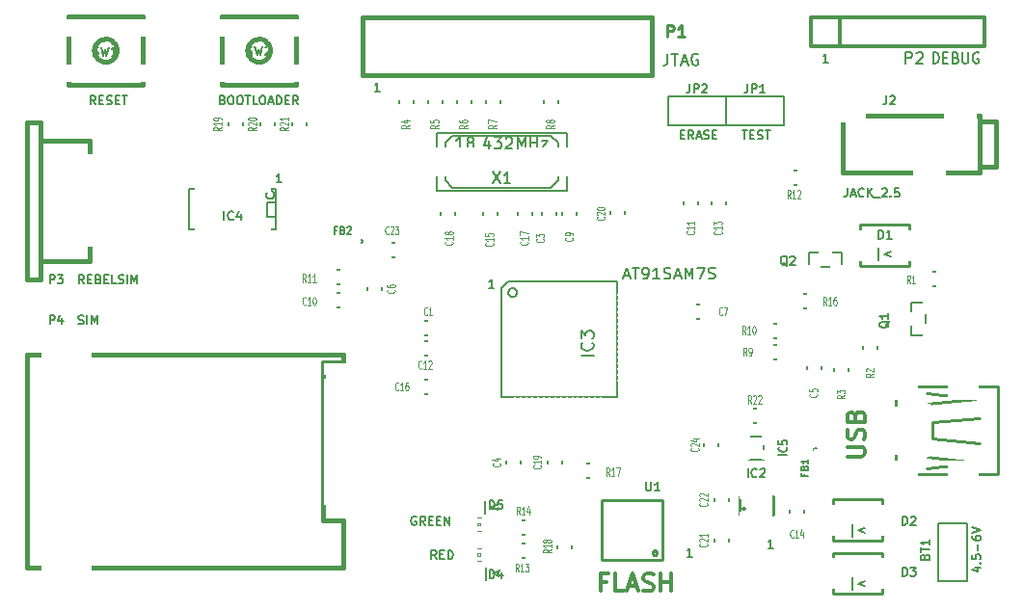
<source format=gto>
G04 (created by PCBNEW-RS274X (2011-05-25)-stable) date Sat 05 Nov 2011 21:28:24 CET*
G01*
G70*
G90*
%MOIN*%
G04 Gerber Fmt 3.4, Leading zero omitted, Abs format*
%FSLAX34Y34*%
G04 APERTURE LIST*
%ADD10C,0.006000*%
%ADD11C,0.005900*%
%ADD12C,0.007500*%
%ADD13C,0.005000*%
%ADD14C,0.008000*%
%ADD15C,0.012000*%
%ADD16C,0.015000*%
%ADD17C,0.010000*%
%ADD18C,0.006500*%
%ADD19C,0.002600*%
%ADD20C,0.004000*%
%ADD21C,0.002000*%
%ADD22C,0.004500*%
%ADD23R,0.045000X0.065000*%
%ADD24R,0.065000X0.045000*%
%ADD25R,0.055000X0.075000*%
%ADD26R,0.075000X0.055000*%
%ADD27R,0.066000X0.015800*%
%ADD28O,0.066000X0.015800*%
%ADD29O,0.015800X0.066000*%
%ADD30R,0.080000X0.080000*%
%ADD31C,0.080000*%
%ADD32R,0.051500X0.055400*%
%ADD33R,0.055400X0.051500*%
%ADD34R,0.146000X0.059400*%
%ADD35C,0.055400*%
%ADD36R,0.098700X0.039700*%
%ADD37R,0.106600X0.118400*%
%ADD38R,0.110600X0.059400*%
%ADD39R,0.110600X0.039700*%
%ADD40R,0.177500X0.086900*%
%ADD41R,0.036000X0.094800*%
%ADD42R,0.040000X0.032000*%
%ADD43R,0.043600X0.063300*%
%ADD44R,0.079800X0.110600*%
%ADD45R,0.057900X0.039700*%
%ADD46R,0.067200X0.067200*%
%ADD47R,0.114500X0.136100*%
%ADD48R,0.114500X0.124300*%
%ADD49C,0.059400*%
%ADD50R,0.236500X0.098700*%
%ADD51R,0.098700X0.043600*%
%ADD52R,0.185400X0.047600*%
G04 APERTURE END LIST*
G54D10*
G54D11*
X44015Y-44121D02*
X44015Y-43693D01*
X44458Y-43821D02*
X44229Y-43907D01*
X44458Y-43993D01*
X43115Y-55521D02*
X43115Y-55093D01*
X43558Y-55221D02*
X43329Y-55307D01*
X43558Y-55393D01*
X43115Y-53671D02*
X43115Y-53243D01*
X43558Y-53371D02*
X43329Y-53457D01*
X43558Y-53543D01*
X40386Y-54071D02*
X40215Y-54071D01*
X40300Y-54071D02*
X40300Y-53772D01*
X40272Y-53814D01*
X40243Y-53843D01*
X40215Y-53857D01*
X30465Y-55170D02*
X30465Y-54743D01*
X30907Y-54871D02*
X30679Y-54957D01*
X30907Y-55042D01*
X30415Y-52870D02*
X30415Y-52443D01*
X30857Y-52571D02*
X30629Y-52657D01*
X30857Y-52742D01*
X37586Y-54371D02*
X37414Y-54371D01*
X37500Y-54371D02*
X37500Y-54071D01*
X37471Y-54114D01*
X37443Y-54143D01*
X37414Y-54157D01*
G54D12*
X23386Y-41421D02*
X23214Y-41421D01*
X23300Y-41421D02*
X23300Y-41121D01*
X23271Y-41164D01*
X23243Y-41193D01*
X23214Y-41207D01*
X30736Y-45071D02*
X30564Y-45071D01*
X30650Y-45071D02*
X30650Y-44771D01*
X30621Y-44814D01*
X30593Y-44843D01*
X30564Y-44857D01*
X42286Y-37271D02*
X42114Y-37271D01*
X42200Y-37271D02*
X42200Y-36971D01*
X42171Y-37014D01*
X42143Y-37043D01*
X42114Y-37057D01*
G54D11*
X26786Y-38271D02*
X26614Y-38271D01*
X26700Y-38271D02*
X26700Y-37971D01*
X26671Y-38014D01*
X26643Y-38043D01*
X26614Y-38057D01*
G54D13*
X33537Y-51150D02*
X34437Y-51150D01*
X34437Y-51150D02*
X34437Y-51650D01*
X34437Y-51650D02*
X33537Y-51650D01*
X33537Y-51650D02*
X33537Y-51150D01*
X41945Y-45787D02*
X41045Y-45787D01*
X41045Y-45787D02*
X41045Y-45287D01*
X41045Y-45287D02*
X41945Y-45287D01*
X41945Y-45287D02*
X41945Y-45787D01*
X32200Y-53600D02*
X31300Y-53600D01*
X31300Y-53600D02*
X31300Y-53100D01*
X31300Y-53100D02*
X32200Y-53100D01*
X32200Y-53100D02*
X32200Y-53600D01*
X32200Y-54400D02*
X31300Y-54400D01*
X31300Y-54400D02*
X31300Y-53900D01*
X31300Y-53900D02*
X32200Y-53900D01*
X32200Y-53900D02*
X32200Y-54400D01*
X40692Y-41017D02*
X41592Y-41017D01*
X41592Y-41017D02*
X41592Y-41517D01*
X41592Y-41517D02*
X40692Y-41517D01*
X40692Y-41517D02*
X40692Y-41017D01*
X24900Y-44450D02*
X25800Y-44450D01*
X25800Y-44450D02*
X25800Y-44950D01*
X25800Y-44950D02*
X24900Y-44950D01*
X24900Y-44950D02*
X24900Y-44450D01*
X40000Y-46300D02*
X40900Y-46300D01*
X40900Y-46300D02*
X40900Y-46800D01*
X40900Y-46800D02*
X40000Y-46800D01*
X40000Y-46800D02*
X40000Y-46300D01*
X40000Y-47050D02*
X40900Y-47050D01*
X40900Y-47050D02*
X40900Y-47550D01*
X40900Y-47550D02*
X40000Y-47550D01*
X40000Y-47550D02*
X40000Y-47050D01*
X32950Y-38200D02*
X32950Y-39100D01*
X32950Y-39100D02*
X32450Y-39100D01*
X32450Y-39100D02*
X32450Y-38200D01*
X32450Y-38200D02*
X32950Y-38200D01*
X30950Y-38200D02*
X30950Y-39100D01*
X30950Y-39100D02*
X30450Y-39100D01*
X30450Y-39100D02*
X30450Y-38200D01*
X30450Y-38200D02*
X30950Y-38200D01*
X29950Y-38200D02*
X29950Y-39100D01*
X29950Y-39100D02*
X29450Y-39100D01*
X29450Y-39100D02*
X29450Y-38200D01*
X29450Y-38200D02*
X29950Y-38200D01*
X28950Y-38200D02*
X28950Y-39100D01*
X28950Y-39100D02*
X28450Y-39100D01*
X28450Y-39100D02*
X28450Y-38200D01*
X28450Y-38200D02*
X28950Y-38200D01*
X27950Y-38200D02*
X27950Y-39100D01*
X27950Y-39100D02*
X27450Y-39100D01*
X27450Y-39100D02*
X27450Y-38200D01*
X27450Y-38200D02*
X27950Y-38200D01*
X42500Y-48350D02*
X42500Y-47450D01*
X42500Y-47450D02*
X43000Y-47450D01*
X43000Y-47450D02*
X43000Y-48350D01*
X43000Y-48350D02*
X42500Y-48350D01*
X43500Y-47600D02*
X43500Y-46700D01*
X43500Y-46700D02*
X44000Y-46700D01*
X44000Y-46700D02*
X44000Y-47600D01*
X44000Y-47600D02*
X43500Y-47600D01*
X46400Y-45000D02*
X45500Y-45000D01*
X45500Y-45000D02*
X45500Y-44500D01*
X45500Y-44500D02*
X46400Y-44500D01*
X46400Y-44500D02*
X46400Y-45000D01*
X27701Y-44013D02*
X26801Y-44013D01*
X26801Y-44013D02*
X26801Y-43513D01*
X26801Y-43513D02*
X27701Y-43513D01*
X27701Y-43513D02*
X27701Y-44013D01*
X38850Y-51950D02*
X38850Y-52850D01*
X38850Y-52850D02*
X38350Y-52850D01*
X38350Y-52850D02*
X38350Y-51950D01*
X38350Y-51950D02*
X38850Y-51950D01*
X38350Y-54250D02*
X38350Y-53350D01*
X38350Y-53350D02*
X38850Y-53350D01*
X38850Y-53350D02*
X38850Y-54250D01*
X38850Y-54250D02*
X38350Y-54250D01*
X34765Y-42935D02*
X34765Y-42035D01*
X34765Y-42035D02*
X35265Y-42035D01*
X35265Y-42035D02*
X35265Y-42935D01*
X35265Y-42935D02*
X34765Y-42935D01*
X33100Y-50650D02*
X33100Y-51550D01*
X33100Y-51550D02*
X32600Y-51550D01*
X32600Y-51550D02*
X32600Y-50650D01*
X32600Y-50650D02*
X33100Y-50650D01*
X29400Y-42050D02*
X29400Y-42950D01*
X29400Y-42950D02*
X28900Y-42950D01*
X28900Y-42950D02*
X28900Y-42050D01*
X28900Y-42050D02*
X29400Y-42050D01*
X31550Y-42950D02*
X31550Y-42050D01*
X31550Y-42050D02*
X32050Y-42050D01*
X32050Y-42050D02*
X32050Y-42950D01*
X32050Y-42950D02*
X31550Y-42950D01*
X28850Y-48750D02*
X27950Y-48750D01*
X27950Y-48750D02*
X27950Y-48250D01*
X27950Y-48250D02*
X28850Y-48250D01*
X28850Y-48250D02*
X28850Y-48750D01*
X30350Y-42950D02*
X30350Y-42050D01*
X30350Y-42050D02*
X30850Y-42050D01*
X30850Y-42050D02*
X30850Y-42950D01*
X30850Y-42950D02*
X30350Y-42950D01*
X41450Y-52350D02*
X41450Y-53250D01*
X41450Y-53250D02*
X40950Y-53250D01*
X40950Y-53250D02*
X40950Y-52350D01*
X40950Y-52350D02*
X41450Y-52350D01*
X38250Y-42600D02*
X38250Y-41700D01*
X38250Y-41700D02*
X38750Y-41700D01*
X38750Y-41700D02*
X38750Y-42600D01*
X38750Y-42600D02*
X38250Y-42600D01*
X28850Y-47400D02*
X27950Y-47400D01*
X27950Y-47400D02*
X27950Y-46900D01*
X27950Y-46900D02*
X28850Y-46900D01*
X28850Y-46900D02*
X28850Y-47400D01*
X37300Y-42600D02*
X37300Y-41700D01*
X37300Y-41700D02*
X37800Y-41700D01*
X37800Y-41700D02*
X37800Y-42600D01*
X37800Y-42600D02*
X37300Y-42600D01*
X25800Y-45750D02*
X24900Y-45750D01*
X24900Y-45750D02*
X24900Y-45250D01*
X24900Y-45250D02*
X25800Y-45250D01*
X25800Y-45250D02*
X25800Y-45750D01*
X33100Y-42950D02*
X33100Y-42050D01*
X33100Y-42050D02*
X33600Y-42050D01*
X33600Y-42050D02*
X33600Y-42950D01*
X33600Y-42950D02*
X33100Y-42950D01*
X37350Y-45650D02*
X38250Y-45650D01*
X38250Y-45650D02*
X38250Y-46150D01*
X38250Y-46150D02*
X37350Y-46150D01*
X37350Y-46150D02*
X37350Y-45650D01*
X26350Y-45550D02*
X26350Y-44650D01*
X26350Y-44650D02*
X26850Y-44650D01*
X26850Y-44650D02*
X26850Y-45550D01*
X26850Y-45550D02*
X26350Y-45550D01*
X41550Y-48300D02*
X41550Y-47400D01*
X41550Y-47400D02*
X42050Y-47400D01*
X42050Y-47400D02*
X42050Y-48300D01*
X42050Y-48300D02*
X41550Y-48300D01*
X31670Y-50659D02*
X31670Y-51559D01*
X31670Y-51559D02*
X31170Y-51559D01*
X31170Y-51559D02*
X31170Y-50659D01*
X31170Y-50659D02*
X31670Y-50659D01*
X32397Y-42954D02*
X32397Y-42054D01*
X32397Y-42054D02*
X32897Y-42054D01*
X32897Y-42054D02*
X32897Y-42954D01*
X32897Y-42954D02*
X32397Y-42954D01*
X28850Y-46700D02*
X27950Y-46700D01*
X27950Y-46700D02*
X27950Y-46200D01*
X27950Y-46200D02*
X28850Y-46200D01*
X28850Y-46200D02*
X28850Y-46700D01*
X26195Y-43453D02*
X26194Y-43462D01*
X26191Y-43472D01*
X26186Y-43480D01*
X26180Y-43488D01*
X26172Y-43494D01*
X26164Y-43499D01*
X26155Y-43501D01*
X26145Y-43502D01*
X26136Y-43502D01*
X26127Y-43499D01*
X26118Y-43494D01*
X26111Y-43488D01*
X26104Y-43481D01*
X26100Y-43472D01*
X26097Y-43463D01*
X26096Y-43453D01*
X26096Y-43444D01*
X26099Y-43435D01*
X26103Y-43426D01*
X26110Y-43419D01*
X26117Y-43412D01*
X26125Y-43408D01*
X26135Y-43405D01*
X26144Y-43404D01*
X26153Y-43404D01*
X26163Y-43407D01*
X26171Y-43411D01*
X26179Y-43417D01*
X26185Y-43425D01*
X26190Y-43433D01*
X26193Y-43442D01*
X26194Y-43452D01*
X26195Y-43453D01*
X25695Y-43453D02*
X26095Y-43453D01*
X26095Y-43453D02*
X26095Y-44053D01*
X26095Y-44053D02*
X25695Y-44053D01*
X25295Y-44053D02*
X24895Y-44053D01*
X24895Y-44053D02*
X24895Y-43453D01*
X24895Y-43453D02*
X25295Y-43453D01*
X41900Y-50650D02*
X41899Y-50659D01*
X41896Y-50669D01*
X41891Y-50677D01*
X41885Y-50685D01*
X41877Y-50691D01*
X41869Y-50696D01*
X41860Y-50698D01*
X41850Y-50699D01*
X41841Y-50699D01*
X41832Y-50696D01*
X41823Y-50691D01*
X41816Y-50685D01*
X41809Y-50678D01*
X41805Y-50669D01*
X41802Y-50660D01*
X41801Y-50650D01*
X41801Y-50641D01*
X41804Y-50632D01*
X41808Y-50623D01*
X41815Y-50616D01*
X41822Y-50609D01*
X41830Y-50605D01*
X41840Y-50602D01*
X41849Y-50601D01*
X41858Y-50601D01*
X41868Y-50604D01*
X41876Y-50608D01*
X41884Y-50614D01*
X41890Y-50622D01*
X41895Y-50630D01*
X41898Y-50639D01*
X41899Y-50649D01*
X41900Y-50650D01*
X41850Y-51100D02*
X41850Y-50700D01*
X41850Y-50700D02*
X42450Y-50700D01*
X42450Y-50700D02*
X42450Y-51100D01*
X42450Y-51500D02*
X42450Y-51900D01*
X42450Y-51900D02*
X41850Y-51900D01*
X41850Y-51900D02*
X41850Y-51500D01*
G54D14*
X31532Y-45232D02*
X31529Y-45261D01*
X31520Y-45289D01*
X31506Y-45315D01*
X31488Y-45337D01*
X31465Y-45356D01*
X31440Y-45370D01*
X31412Y-45378D01*
X31383Y-45381D01*
X31354Y-45379D01*
X31326Y-45371D01*
X31300Y-45357D01*
X31278Y-45339D01*
X31259Y-45316D01*
X31245Y-45291D01*
X31236Y-45263D01*
X31233Y-45234D01*
X31235Y-45205D01*
X31243Y-45177D01*
X31256Y-45151D01*
X31275Y-45128D01*
X31297Y-45109D01*
X31322Y-45095D01*
X31350Y-45086D01*
X31379Y-45083D01*
X31408Y-45085D01*
X31436Y-45093D01*
X31462Y-45106D01*
X31485Y-45124D01*
X31504Y-45146D01*
X31519Y-45171D01*
X31528Y-45199D01*
X31531Y-45228D01*
X31532Y-45232D01*
X34982Y-48832D02*
X34982Y-44832D01*
X34982Y-44832D02*
X31232Y-44832D01*
X31232Y-44832D02*
X30982Y-45082D01*
X30982Y-45082D02*
X30982Y-48832D01*
X30982Y-48832D02*
X34982Y-48832D01*
G54D15*
X41700Y-36700D02*
X41700Y-35700D01*
X41700Y-35700D02*
X47700Y-35700D01*
X47700Y-35700D02*
X47700Y-36700D01*
X47700Y-36700D02*
X41700Y-36700D01*
X42700Y-36700D02*
X42700Y-35700D01*
G54D13*
X42771Y-43844D02*
X42771Y-44356D01*
X42771Y-44356D02*
X41629Y-44356D01*
X41629Y-44356D02*
X41629Y-43844D01*
X41629Y-43844D02*
X42771Y-43844D01*
X45144Y-45579D02*
X45656Y-45579D01*
X45656Y-45579D02*
X45656Y-46721D01*
X45656Y-46721D02*
X45144Y-46721D01*
X45144Y-46721D02*
X45144Y-45579D01*
G54D16*
X17694Y-36850D02*
X17686Y-36926D01*
X17664Y-37000D01*
X17628Y-37068D01*
X17579Y-37127D01*
X17520Y-37176D01*
X17452Y-37213D01*
X17379Y-37235D01*
X17302Y-37243D01*
X17227Y-37237D01*
X17153Y-37215D01*
X17085Y-37179D01*
X17025Y-37131D01*
X16975Y-37072D01*
X16938Y-37005D01*
X16915Y-36931D01*
X16907Y-36855D01*
X16913Y-36779D01*
X16934Y-36705D01*
X16969Y-36637D01*
X17017Y-36577D01*
X17076Y-36527D01*
X17143Y-36489D01*
X17216Y-36466D01*
X17292Y-36457D01*
X17368Y-36462D01*
X17442Y-36483D01*
X17511Y-36518D01*
X17571Y-36565D01*
X17621Y-36623D01*
X17659Y-36690D01*
X17684Y-36763D01*
X17693Y-36839D01*
X17694Y-36850D01*
X18580Y-35669D02*
X16020Y-35669D01*
X16020Y-35669D02*
X16020Y-38031D01*
X16020Y-38031D02*
X18580Y-38031D01*
X18580Y-38031D02*
X18580Y-35669D01*
X22994Y-36850D02*
X22986Y-36926D01*
X22964Y-37000D01*
X22928Y-37068D01*
X22879Y-37127D01*
X22820Y-37176D01*
X22752Y-37213D01*
X22679Y-37235D01*
X22602Y-37243D01*
X22527Y-37237D01*
X22453Y-37215D01*
X22385Y-37179D01*
X22325Y-37131D01*
X22275Y-37072D01*
X22238Y-37005D01*
X22215Y-36931D01*
X22207Y-36855D01*
X22213Y-36779D01*
X22234Y-36705D01*
X22269Y-36637D01*
X22317Y-36577D01*
X22376Y-36527D01*
X22443Y-36489D01*
X22516Y-36466D01*
X22592Y-36457D01*
X22668Y-36462D01*
X22742Y-36483D01*
X22811Y-36518D01*
X22871Y-36565D01*
X22921Y-36623D01*
X22959Y-36690D01*
X22984Y-36763D01*
X22993Y-36839D01*
X22994Y-36850D01*
X23880Y-35669D02*
X21320Y-35669D01*
X21320Y-35669D02*
X21320Y-38031D01*
X21320Y-38031D02*
X23880Y-38031D01*
X23880Y-38031D02*
X23880Y-35669D01*
G54D17*
X47540Y-50433D02*
X45886Y-50276D01*
X45886Y-50276D02*
X45886Y-49724D01*
X45886Y-49724D02*
X47540Y-49567D01*
X45689Y-49094D02*
X47382Y-48898D01*
X47382Y-48898D02*
X45689Y-48701D01*
X45689Y-51299D02*
X47382Y-51102D01*
X47382Y-51102D02*
X45689Y-50906D01*
X48170Y-51516D02*
X48170Y-48484D01*
X48170Y-48484D02*
X44626Y-48484D01*
X44626Y-48484D02*
X44626Y-51516D01*
X44626Y-51516D02*
X48170Y-51516D01*
G54D16*
X25541Y-53097D02*
X24824Y-53097D01*
X24824Y-53097D02*
X24824Y-47637D01*
X24824Y-47637D02*
X25541Y-47637D01*
X25541Y-47637D02*
X25541Y-47369D01*
X25541Y-47369D02*
X14576Y-47369D01*
X14576Y-47369D02*
X14576Y-51215D01*
X14576Y-51215D02*
X14576Y-54731D01*
X14576Y-54731D02*
X25541Y-54731D01*
X25541Y-54731D02*
X25541Y-53097D01*
G54D18*
X20200Y-43050D02*
X23200Y-43050D01*
X23200Y-41650D02*
X20200Y-41650D01*
X20200Y-43050D02*
X20200Y-41650D01*
G54D10*
X23200Y-41650D02*
X23200Y-43050D01*
G54D13*
X23141Y-41850D02*
X23138Y-41877D01*
X23130Y-41903D01*
X23117Y-41928D01*
X23100Y-41949D01*
X23078Y-41966D01*
X23054Y-41979D01*
X23028Y-41988D01*
X23000Y-41990D01*
X22974Y-41988D01*
X22948Y-41980D01*
X22923Y-41967D01*
X22902Y-41950D01*
X22884Y-41929D01*
X22871Y-41905D01*
X22863Y-41879D01*
X22860Y-41851D01*
X22862Y-41825D01*
X22869Y-41799D01*
X22882Y-41774D01*
X22899Y-41753D01*
X22920Y-41735D01*
X22944Y-41721D01*
X22970Y-41713D01*
X22998Y-41710D01*
X23024Y-41712D01*
X23050Y-41719D01*
X23075Y-41731D01*
X23097Y-41748D01*
X23115Y-41769D01*
X23128Y-41793D01*
X23137Y-41819D01*
X23140Y-41847D01*
X23141Y-41850D01*
X23200Y-42600D02*
X22900Y-42600D01*
X22900Y-42600D02*
X22900Y-42100D01*
X22900Y-42100D02*
X23200Y-42100D01*
X40200Y-49750D02*
X39300Y-49750D01*
X39300Y-49750D02*
X39300Y-49250D01*
X39300Y-49250D02*
X40200Y-49250D01*
X40200Y-49250D02*
X40200Y-49750D01*
X24250Y-38950D02*
X24250Y-39850D01*
X24250Y-39850D02*
X23750Y-39850D01*
X23750Y-39850D02*
X23750Y-38950D01*
X23750Y-38950D02*
X24250Y-38950D01*
X22650Y-39850D02*
X22650Y-38950D01*
X22650Y-38950D02*
X23150Y-38950D01*
X23150Y-38950D02*
X23150Y-39850D01*
X23150Y-39850D02*
X22650Y-39850D01*
X22050Y-38950D02*
X22050Y-39850D01*
X22050Y-39850D02*
X21550Y-39850D01*
X21550Y-39850D02*
X21550Y-38950D01*
X21550Y-38950D02*
X22050Y-38950D01*
X38500Y-50050D02*
X38500Y-50950D01*
X38500Y-50950D02*
X38000Y-50950D01*
X38000Y-50950D02*
X38000Y-50050D01*
X38000Y-50050D02*
X38500Y-50050D01*
G54D10*
X40050Y-51000D02*
X40050Y-50200D01*
X40050Y-50200D02*
X39550Y-50200D01*
X39550Y-50200D02*
X39550Y-51000D01*
X39550Y-51000D02*
X40050Y-51000D01*
G54D17*
X39394Y-52698D02*
X39393Y-52703D01*
X39391Y-52708D01*
X39389Y-52712D01*
X39386Y-52717D01*
X39382Y-52720D01*
X39377Y-52722D01*
X39372Y-52724D01*
X39367Y-52724D01*
X39362Y-52724D01*
X39357Y-52723D01*
X39353Y-52720D01*
X39349Y-52717D01*
X39345Y-52713D01*
X39343Y-52708D01*
X39341Y-52703D01*
X39341Y-52698D01*
X39341Y-52694D01*
X39342Y-52689D01*
X39345Y-52684D01*
X39348Y-52680D01*
X39352Y-52676D01*
X39357Y-52674D01*
X39362Y-52672D01*
X39367Y-52672D01*
X39371Y-52672D01*
X39376Y-52673D01*
X39381Y-52676D01*
X39385Y-52679D01*
X39389Y-52683D01*
X39391Y-52688D01*
X39393Y-52693D01*
X39393Y-52698D01*
X39394Y-52698D01*
X39209Y-52285D02*
X40391Y-52285D01*
X40391Y-52285D02*
X40391Y-52915D01*
X40391Y-52915D02*
X39209Y-52915D01*
X39209Y-52915D02*
X39209Y-52285D01*
X45096Y-44309D02*
X43404Y-44309D01*
X43404Y-44309D02*
X43404Y-42891D01*
X43404Y-42891D02*
X45096Y-42891D01*
X45096Y-42891D02*
X45096Y-44309D01*
G54D10*
X46100Y-53200D02*
X47100Y-53200D01*
X47100Y-53200D02*
X47100Y-55200D01*
X47100Y-55200D02*
X46100Y-55200D01*
X46100Y-55200D02*
X46100Y-53200D01*
G54D17*
X44146Y-53809D02*
X42454Y-53809D01*
X42454Y-53809D02*
X42454Y-52391D01*
X42454Y-52391D02*
X44146Y-52391D01*
X44146Y-52391D02*
X44146Y-53809D01*
X44146Y-55659D02*
X42454Y-55659D01*
X42454Y-55659D02*
X42454Y-54241D01*
X42454Y-54241D02*
X44146Y-54241D01*
X44146Y-54241D02*
X44146Y-55659D01*
X36366Y-54237D02*
X36364Y-54252D01*
X36360Y-54267D01*
X36352Y-54280D01*
X36343Y-54292D01*
X36331Y-54302D01*
X36317Y-54309D01*
X36302Y-54314D01*
X36287Y-54315D01*
X36273Y-54314D01*
X36258Y-54310D01*
X36244Y-54303D01*
X36232Y-54293D01*
X36222Y-54281D01*
X36215Y-54268D01*
X36210Y-54253D01*
X36209Y-54238D01*
X36210Y-54223D01*
X36214Y-54208D01*
X36221Y-54195D01*
X36231Y-54183D01*
X36242Y-54173D01*
X36256Y-54165D01*
X36271Y-54160D01*
X36286Y-54159D01*
X36300Y-54160D01*
X36315Y-54164D01*
X36329Y-54171D01*
X36341Y-54180D01*
X36351Y-54192D01*
X36359Y-54205D01*
X36364Y-54220D01*
X36365Y-54235D01*
X36366Y-54237D01*
X36543Y-52407D02*
X36543Y-54493D01*
X36543Y-54493D02*
X34457Y-54493D01*
X34457Y-54493D02*
X34457Y-52407D01*
X34457Y-52407D02*
X36543Y-52407D01*
G54D19*
X30054Y-53132D02*
X30054Y-53004D01*
X30054Y-53004D02*
X29857Y-53004D01*
X29857Y-53132D02*
X29857Y-53004D01*
X30054Y-53132D02*
X29857Y-53132D01*
X30054Y-53377D02*
X30054Y-53318D01*
X30054Y-53318D02*
X29955Y-53318D01*
X29955Y-53377D02*
X29955Y-53318D01*
X30054Y-53377D02*
X29955Y-53377D01*
X30054Y-53182D02*
X30054Y-53123D01*
X30054Y-53123D02*
X29955Y-53123D01*
X29955Y-53182D02*
X29955Y-53123D01*
X30054Y-53182D02*
X29955Y-53182D01*
X30054Y-53328D02*
X30054Y-53172D01*
X30054Y-53172D02*
X29985Y-53172D01*
X29985Y-53328D02*
X29985Y-53172D01*
X30054Y-53328D02*
X29985Y-53328D01*
X30643Y-53132D02*
X30643Y-53004D01*
X30643Y-53004D02*
X30446Y-53004D01*
X30446Y-53132D02*
X30446Y-53004D01*
X30643Y-53132D02*
X30446Y-53132D01*
X30643Y-53496D02*
X30643Y-53368D01*
X30643Y-53368D02*
X30446Y-53368D01*
X30446Y-53496D02*
X30446Y-53368D01*
X30643Y-53496D02*
X30446Y-53496D01*
X30545Y-53182D02*
X30545Y-53123D01*
X30545Y-53123D02*
X30446Y-53123D01*
X30446Y-53182D02*
X30446Y-53123D01*
X30545Y-53182D02*
X30446Y-53182D01*
X30545Y-53377D02*
X30545Y-53318D01*
X30545Y-53318D02*
X30446Y-53318D01*
X30446Y-53377D02*
X30446Y-53318D01*
X30545Y-53377D02*
X30446Y-53377D01*
X30515Y-53328D02*
X30515Y-53172D01*
X30515Y-53172D02*
X30446Y-53172D01*
X30446Y-53328D02*
X30446Y-53172D01*
X30515Y-53328D02*
X30446Y-53328D01*
X30250Y-53289D02*
X30250Y-53211D01*
X30250Y-53211D02*
X30172Y-53211D01*
X30172Y-53289D02*
X30172Y-53211D01*
X30250Y-53289D02*
X30172Y-53289D01*
X30054Y-53486D02*
X30054Y-53368D01*
X30054Y-53368D02*
X29936Y-53368D01*
X29936Y-53486D02*
X29936Y-53368D01*
X30054Y-53486D02*
X29936Y-53486D01*
X29886Y-53496D02*
X29886Y-53407D01*
X29886Y-53407D02*
X29857Y-53407D01*
X29857Y-53496D02*
X29857Y-53407D01*
X29886Y-53496D02*
X29857Y-53496D01*
G54D20*
X30044Y-53024D02*
X30456Y-53024D01*
X30446Y-53476D02*
X29886Y-53476D01*
G54D21*
X29944Y-53427D02*
X29943Y-53432D01*
X29941Y-53437D01*
X29939Y-53442D01*
X29935Y-53446D01*
X29931Y-53450D01*
X29926Y-53452D01*
X29921Y-53454D01*
X29916Y-53454D01*
X29911Y-53454D01*
X29906Y-53452D01*
X29901Y-53450D01*
X29897Y-53447D01*
X29893Y-53442D01*
X29891Y-53438D01*
X29889Y-53432D01*
X29889Y-53427D01*
X29889Y-53422D01*
X29890Y-53417D01*
X29893Y-53412D01*
X29896Y-53408D01*
X29901Y-53405D01*
X29905Y-53402D01*
X29910Y-53400D01*
X29916Y-53400D01*
X29920Y-53400D01*
X29926Y-53401D01*
X29931Y-53404D01*
X29935Y-53407D01*
X29938Y-53411D01*
X29941Y-53416D01*
X29943Y-53421D01*
X29943Y-53427D01*
X29944Y-53427D01*
G54D20*
X29857Y-53387D02*
X29868Y-53386D01*
X29880Y-53384D01*
X29892Y-53382D01*
X29903Y-53378D01*
X29914Y-53374D01*
X29925Y-53368D01*
X29935Y-53362D01*
X29945Y-53354D01*
X29953Y-53346D01*
X29961Y-53338D01*
X29969Y-53328D01*
X29975Y-53318D01*
X29981Y-53307D01*
X29985Y-53296D01*
X29989Y-53285D01*
X29991Y-53273D01*
X29993Y-53261D01*
X29994Y-53250D01*
X29993Y-53239D01*
X29991Y-53227D01*
X29989Y-53215D01*
X29985Y-53204D01*
X29981Y-53193D01*
X29975Y-53182D01*
X29969Y-53172D01*
X29961Y-53162D01*
X29953Y-53154D01*
X29945Y-53146D01*
X29935Y-53138D01*
X29925Y-53132D01*
X29914Y-53126D01*
X29903Y-53122D01*
X29892Y-53118D01*
X29880Y-53116D01*
X29868Y-53114D01*
X29857Y-53113D01*
X30643Y-53113D02*
X30632Y-53114D01*
X30620Y-53116D01*
X30608Y-53118D01*
X30597Y-53122D01*
X30586Y-53126D01*
X30575Y-53132D01*
X30565Y-53138D01*
X30555Y-53146D01*
X30547Y-53154D01*
X30539Y-53162D01*
X30531Y-53172D01*
X30525Y-53182D01*
X30519Y-53193D01*
X30515Y-53204D01*
X30511Y-53215D01*
X30509Y-53227D01*
X30507Y-53239D01*
X30506Y-53250D01*
X30507Y-53261D01*
X30509Y-53273D01*
X30511Y-53285D01*
X30515Y-53296D01*
X30519Y-53307D01*
X30525Y-53318D01*
X30531Y-53328D01*
X30539Y-53338D01*
X30547Y-53346D01*
X30555Y-53354D01*
X30565Y-53362D01*
X30575Y-53368D01*
X30586Y-53374D01*
X30597Y-53378D01*
X30608Y-53382D01*
X30620Y-53384D01*
X30632Y-53386D01*
X30643Y-53387D01*
G54D19*
X30054Y-54182D02*
X30054Y-54054D01*
X30054Y-54054D02*
X29857Y-54054D01*
X29857Y-54182D02*
X29857Y-54054D01*
X30054Y-54182D02*
X29857Y-54182D01*
X30054Y-54427D02*
X30054Y-54368D01*
X30054Y-54368D02*
X29955Y-54368D01*
X29955Y-54427D02*
X29955Y-54368D01*
X30054Y-54427D02*
X29955Y-54427D01*
X30054Y-54232D02*
X30054Y-54173D01*
X30054Y-54173D02*
X29955Y-54173D01*
X29955Y-54232D02*
X29955Y-54173D01*
X30054Y-54232D02*
X29955Y-54232D01*
X30054Y-54378D02*
X30054Y-54222D01*
X30054Y-54222D02*
X29985Y-54222D01*
X29985Y-54378D02*
X29985Y-54222D01*
X30054Y-54378D02*
X29985Y-54378D01*
X30643Y-54182D02*
X30643Y-54054D01*
X30643Y-54054D02*
X30446Y-54054D01*
X30446Y-54182D02*
X30446Y-54054D01*
X30643Y-54182D02*
X30446Y-54182D01*
X30643Y-54546D02*
X30643Y-54418D01*
X30643Y-54418D02*
X30446Y-54418D01*
X30446Y-54546D02*
X30446Y-54418D01*
X30643Y-54546D02*
X30446Y-54546D01*
X30545Y-54232D02*
X30545Y-54173D01*
X30545Y-54173D02*
X30446Y-54173D01*
X30446Y-54232D02*
X30446Y-54173D01*
X30545Y-54232D02*
X30446Y-54232D01*
X30545Y-54427D02*
X30545Y-54368D01*
X30545Y-54368D02*
X30446Y-54368D01*
X30446Y-54427D02*
X30446Y-54368D01*
X30545Y-54427D02*
X30446Y-54427D01*
X30515Y-54378D02*
X30515Y-54222D01*
X30515Y-54222D02*
X30446Y-54222D01*
X30446Y-54378D02*
X30446Y-54222D01*
X30515Y-54378D02*
X30446Y-54378D01*
X30250Y-54339D02*
X30250Y-54261D01*
X30250Y-54261D02*
X30172Y-54261D01*
X30172Y-54339D02*
X30172Y-54261D01*
X30250Y-54339D02*
X30172Y-54339D01*
X30054Y-54536D02*
X30054Y-54418D01*
X30054Y-54418D02*
X29936Y-54418D01*
X29936Y-54536D02*
X29936Y-54418D01*
X30054Y-54536D02*
X29936Y-54536D01*
X29886Y-54546D02*
X29886Y-54457D01*
X29886Y-54457D02*
X29857Y-54457D01*
X29857Y-54546D02*
X29857Y-54457D01*
X29886Y-54546D02*
X29857Y-54546D01*
G54D20*
X30044Y-54074D02*
X30456Y-54074D01*
X30446Y-54526D02*
X29886Y-54526D01*
G54D21*
X29944Y-54477D02*
X29943Y-54482D01*
X29941Y-54487D01*
X29939Y-54492D01*
X29935Y-54496D01*
X29931Y-54500D01*
X29926Y-54502D01*
X29921Y-54504D01*
X29916Y-54504D01*
X29911Y-54504D01*
X29906Y-54502D01*
X29901Y-54500D01*
X29897Y-54497D01*
X29893Y-54492D01*
X29891Y-54488D01*
X29889Y-54482D01*
X29889Y-54477D01*
X29889Y-54472D01*
X29890Y-54467D01*
X29893Y-54462D01*
X29896Y-54458D01*
X29901Y-54455D01*
X29905Y-54452D01*
X29910Y-54450D01*
X29916Y-54450D01*
X29920Y-54450D01*
X29926Y-54451D01*
X29931Y-54454D01*
X29935Y-54457D01*
X29938Y-54461D01*
X29941Y-54466D01*
X29943Y-54471D01*
X29943Y-54477D01*
X29944Y-54477D01*
G54D20*
X29857Y-54437D02*
X29868Y-54436D01*
X29880Y-54434D01*
X29892Y-54432D01*
X29903Y-54428D01*
X29914Y-54424D01*
X29925Y-54418D01*
X29935Y-54412D01*
X29945Y-54404D01*
X29953Y-54396D01*
X29961Y-54388D01*
X29969Y-54378D01*
X29975Y-54368D01*
X29981Y-54357D01*
X29985Y-54346D01*
X29989Y-54335D01*
X29991Y-54323D01*
X29993Y-54311D01*
X29994Y-54300D01*
X29993Y-54289D01*
X29991Y-54277D01*
X29989Y-54265D01*
X29985Y-54254D01*
X29981Y-54243D01*
X29975Y-54232D01*
X29969Y-54222D01*
X29961Y-54212D01*
X29953Y-54204D01*
X29945Y-54196D01*
X29935Y-54188D01*
X29925Y-54182D01*
X29914Y-54176D01*
X29903Y-54172D01*
X29892Y-54168D01*
X29880Y-54166D01*
X29868Y-54164D01*
X29857Y-54163D01*
X30643Y-54163D02*
X30632Y-54164D01*
X30620Y-54166D01*
X30608Y-54168D01*
X30597Y-54172D01*
X30586Y-54176D01*
X30575Y-54182D01*
X30565Y-54188D01*
X30555Y-54196D01*
X30547Y-54204D01*
X30539Y-54212D01*
X30531Y-54222D01*
X30525Y-54232D01*
X30519Y-54243D01*
X30515Y-54254D01*
X30511Y-54265D01*
X30509Y-54277D01*
X30507Y-54289D01*
X30506Y-54300D01*
X30507Y-54311D01*
X30509Y-54323D01*
X30511Y-54335D01*
X30515Y-54346D01*
X30519Y-54357D01*
X30525Y-54368D01*
X30531Y-54378D01*
X30539Y-54388D01*
X30547Y-54396D01*
X30555Y-54404D01*
X30565Y-54412D01*
X30575Y-54418D01*
X30586Y-54424D01*
X30597Y-54428D01*
X30608Y-54432D01*
X30620Y-54434D01*
X30632Y-54436D01*
X30643Y-54437D01*
G54D16*
X36200Y-37700D02*
X26200Y-37700D01*
X36200Y-35700D02*
X26200Y-35700D01*
X26200Y-35700D02*
X26200Y-37700D01*
X36202Y-37700D02*
X36202Y-35700D01*
G54D10*
X36750Y-39450D02*
X36750Y-38450D01*
X36750Y-38450D02*
X38750Y-38450D01*
X38750Y-38450D02*
X38750Y-39450D01*
X38750Y-39450D02*
X36750Y-39450D01*
X38750Y-39450D02*
X38750Y-38450D01*
X38750Y-38450D02*
X40750Y-38450D01*
X40750Y-38450D02*
X40750Y-39450D01*
X40750Y-39450D02*
X38750Y-39450D01*
G54D16*
X47512Y-40887D02*
X48103Y-40887D01*
X48103Y-40887D02*
X48103Y-39313D01*
X48103Y-39313D02*
X47512Y-39313D01*
X47512Y-41084D02*
X42788Y-41084D01*
X42788Y-41084D02*
X42788Y-39116D01*
X42788Y-39116D02*
X47512Y-39116D01*
X47512Y-39116D02*
X47512Y-41084D01*
G54D14*
X32950Y-41350D02*
X32950Y-40050D01*
X32950Y-40050D02*
X32700Y-39800D01*
X32700Y-39800D02*
X29300Y-39800D01*
X29300Y-39800D02*
X29050Y-40050D01*
X29050Y-40050D02*
X29050Y-41350D01*
X29050Y-41350D02*
X29300Y-41600D01*
X29300Y-41600D02*
X32700Y-41600D01*
X32700Y-41600D02*
X32950Y-41350D01*
X28750Y-41700D02*
X28750Y-39700D01*
X28750Y-39700D02*
X33250Y-39700D01*
X33250Y-39700D02*
X33250Y-41700D01*
X33250Y-41700D02*
X28750Y-41700D01*
G54D13*
X33428Y-53586D02*
X33428Y-54486D01*
X33428Y-54486D02*
X32928Y-54486D01*
X32928Y-54486D02*
X32928Y-53586D01*
X32928Y-53586D02*
X33428Y-53586D01*
G54D16*
X15057Y-39963D02*
X16750Y-39963D01*
X16750Y-39963D02*
X16750Y-44137D01*
X16750Y-44137D02*
X15057Y-44137D01*
X14585Y-39333D02*
X15057Y-39333D01*
X14585Y-44767D02*
X15057Y-44767D01*
X14585Y-39333D02*
X14585Y-44767D01*
X15057Y-44767D02*
X15057Y-39333D01*
G54D22*
X34735Y-51563D02*
X34675Y-51430D01*
X34632Y-51563D02*
X34632Y-51283D01*
X34700Y-51283D01*
X34718Y-51297D01*
X34726Y-51310D01*
X34735Y-51337D01*
X34735Y-51377D01*
X34726Y-51403D01*
X34718Y-51417D01*
X34700Y-51430D01*
X34632Y-51430D01*
X34906Y-51563D02*
X34803Y-51563D01*
X34855Y-51563D02*
X34855Y-51283D01*
X34838Y-51323D01*
X34820Y-51350D01*
X34803Y-51363D01*
X34966Y-51283D02*
X35086Y-51283D01*
X35009Y-51563D01*
X42235Y-45663D02*
X42175Y-45530D01*
X42132Y-45663D02*
X42132Y-45383D01*
X42200Y-45383D01*
X42218Y-45397D01*
X42226Y-45410D01*
X42235Y-45437D01*
X42235Y-45477D01*
X42226Y-45503D01*
X42218Y-45517D01*
X42200Y-45530D01*
X42132Y-45530D01*
X42406Y-45663D02*
X42303Y-45663D01*
X42355Y-45663D02*
X42355Y-45383D01*
X42338Y-45423D01*
X42320Y-45450D01*
X42303Y-45463D01*
X42560Y-45383D02*
X42526Y-45383D01*
X42509Y-45397D01*
X42500Y-45410D01*
X42483Y-45450D01*
X42474Y-45503D01*
X42474Y-45610D01*
X42483Y-45637D01*
X42491Y-45650D01*
X42509Y-45663D01*
X42543Y-45663D01*
X42560Y-45650D01*
X42569Y-45637D01*
X42577Y-45610D01*
X42577Y-45543D01*
X42569Y-45517D01*
X42560Y-45503D01*
X42543Y-45490D01*
X42509Y-45490D01*
X42491Y-45503D01*
X42483Y-45517D01*
X42474Y-45543D01*
X31635Y-52913D02*
X31575Y-52780D01*
X31532Y-52913D02*
X31532Y-52633D01*
X31600Y-52633D01*
X31618Y-52647D01*
X31626Y-52660D01*
X31635Y-52687D01*
X31635Y-52727D01*
X31626Y-52753D01*
X31618Y-52767D01*
X31600Y-52780D01*
X31532Y-52780D01*
X31806Y-52913D02*
X31703Y-52913D01*
X31755Y-52913D02*
X31755Y-52633D01*
X31738Y-52673D01*
X31720Y-52700D01*
X31703Y-52713D01*
X31960Y-52727D02*
X31960Y-52913D01*
X31917Y-52620D02*
X31874Y-52820D01*
X31986Y-52820D01*
X31585Y-54882D02*
X31525Y-54749D01*
X31482Y-54882D02*
X31482Y-54602D01*
X31550Y-54602D01*
X31568Y-54616D01*
X31576Y-54629D01*
X31585Y-54656D01*
X31585Y-54696D01*
X31576Y-54722D01*
X31568Y-54736D01*
X31550Y-54749D01*
X31482Y-54749D01*
X31756Y-54882D02*
X31653Y-54882D01*
X31705Y-54882D02*
X31705Y-54602D01*
X31688Y-54642D01*
X31670Y-54669D01*
X31653Y-54682D01*
X31816Y-54602D02*
X31927Y-54602D01*
X31867Y-54709D01*
X31893Y-54709D01*
X31910Y-54722D01*
X31919Y-54736D01*
X31927Y-54762D01*
X31927Y-54829D01*
X31919Y-54856D01*
X31910Y-54869D01*
X31893Y-54882D01*
X31841Y-54882D01*
X31824Y-54869D01*
X31816Y-54856D01*
X40985Y-41963D02*
X40925Y-41830D01*
X40882Y-41963D02*
X40882Y-41683D01*
X40950Y-41683D01*
X40968Y-41697D01*
X40976Y-41710D01*
X40985Y-41737D01*
X40985Y-41777D01*
X40976Y-41803D01*
X40968Y-41817D01*
X40950Y-41830D01*
X40882Y-41830D01*
X41156Y-41963D02*
X41053Y-41963D01*
X41105Y-41963D02*
X41105Y-41683D01*
X41088Y-41723D01*
X41070Y-41750D01*
X41053Y-41763D01*
X41224Y-41710D02*
X41233Y-41697D01*
X41250Y-41683D01*
X41293Y-41683D01*
X41310Y-41697D01*
X41319Y-41710D01*
X41327Y-41737D01*
X41327Y-41763D01*
X41319Y-41803D01*
X41216Y-41963D01*
X41327Y-41963D01*
X24235Y-44863D02*
X24175Y-44730D01*
X24132Y-44863D02*
X24132Y-44583D01*
X24200Y-44583D01*
X24218Y-44597D01*
X24226Y-44610D01*
X24235Y-44637D01*
X24235Y-44677D01*
X24226Y-44703D01*
X24218Y-44717D01*
X24200Y-44730D01*
X24132Y-44730D01*
X24406Y-44863D02*
X24303Y-44863D01*
X24355Y-44863D02*
X24355Y-44583D01*
X24338Y-44623D01*
X24320Y-44650D01*
X24303Y-44663D01*
X24577Y-44863D02*
X24474Y-44863D01*
X24526Y-44863D02*
X24526Y-44583D01*
X24509Y-44623D01*
X24491Y-44650D01*
X24474Y-44663D01*
X39435Y-46663D02*
X39375Y-46530D01*
X39332Y-46663D02*
X39332Y-46383D01*
X39400Y-46383D01*
X39418Y-46397D01*
X39426Y-46410D01*
X39435Y-46437D01*
X39435Y-46477D01*
X39426Y-46503D01*
X39418Y-46517D01*
X39400Y-46530D01*
X39332Y-46530D01*
X39606Y-46663D02*
X39503Y-46663D01*
X39555Y-46663D02*
X39555Y-46383D01*
X39538Y-46423D01*
X39520Y-46450D01*
X39503Y-46463D01*
X39717Y-46383D02*
X39734Y-46383D01*
X39751Y-46397D01*
X39760Y-46410D01*
X39769Y-46437D01*
X39777Y-46490D01*
X39777Y-46557D01*
X39769Y-46610D01*
X39760Y-46637D01*
X39751Y-46650D01*
X39734Y-46663D01*
X39717Y-46663D01*
X39700Y-46650D01*
X39691Y-46637D01*
X39683Y-46610D01*
X39674Y-46557D01*
X39674Y-46490D01*
X39683Y-46437D01*
X39691Y-46410D01*
X39700Y-46397D01*
X39717Y-46383D01*
X39471Y-47413D02*
X39411Y-47280D01*
X39368Y-47413D02*
X39368Y-47133D01*
X39436Y-47133D01*
X39454Y-47147D01*
X39462Y-47160D01*
X39471Y-47187D01*
X39471Y-47227D01*
X39462Y-47253D01*
X39454Y-47267D01*
X39436Y-47280D01*
X39368Y-47280D01*
X39556Y-47413D02*
X39591Y-47413D01*
X39608Y-47400D01*
X39616Y-47387D01*
X39634Y-47347D01*
X39642Y-47293D01*
X39642Y-47187D01*
X39634Y-47160D01*
X39625Y-47147D01*
X39608Y-47133D01*
X39574Y-47133D01*
X39556Y-47147D01*
X39548Y-47160D01*
X39539Y-47187D01*
X39539Y-47253D01*
X39548Y-47280D01*
X39556Y-47293D01*
X39574Y-47307D01*
X39608Y-47307D01*
X39625Y-47293D01*
X39634Y-47280D01*
X39642Y-47253D01*
X32813Y-39429D02*
X32680Y-39489D01*
X32813Y-39532D02*
X32533Y-39532D01*
X32533Y-39464D01*
X32547Y-39446D01*
X32560Y-39438D01*
X32587Y-39429D01*
X32627Y-39429D01*
X32653Y-39438D01*
X32667Y-39446D01*
X32680Y-39464D01*
X32680Y-39532D01*
X32653Y-39326D02*
X32640Y-39344D01*
X32627Y-39352D01*
X32600Y-39361D01*
X32587Y-39361D01*
X32560Y-39352D01*
X32547Y-39344D01*
X32533Y-39326D01*
X32533Y-39292D01*
X32547Y-39275D01*
X32560Y-39266D01*
X32587Y-39258D01*
X32600Y-39258D01*
X32627Y-39266D01*
X32640Y-39275D01*
X32653Y-39292D01*
X32653Y-39326D01*
X32667Y-39344D01*
X32680Y-39352D01*
X32707Y-39361D01*
X32760Y-39361D01*
X32787Y-39352D01*
X32800Y-39344D01*
X32813Y-39326D01*
X32813Y-39292D01*
X32800Y-39275D01*
X32787Y-39266D01*
X32760Y-39258D01*
X32707Y-39258D01*
X32680Y-39266D01*
X32667Y-39275D01*
X32653Y-39292D01*
X30813Y-39429D02*
X30680Y-39489D01*
X30813Y-39532D02*
X30533Y-39532D01*
X30533Y-39464D01*
X30547Y-39446D01*
X30560Y-39438D01*
X30587Y-39429D01*
X30627Y-39429D01*
X30653Y-39438D01*
X30667Y-39446D01*
X30680Y-39464D01*
X30680Y-39532D01*
X30533Y-39369D02*
X30533Y-39249D01*
X30813Y-39326D01*
X29813Y-39429D02*
X29680Y-39489D01*
X29813Y-39532D02*
X29533Y-39532D01*
X29533Y-39464D01*
X29547Y-39446D01*
X29560Y-39438D01*
X29587Y-39429D01*
X29627Y-39429D01*
X29653Y-39438D01*
X29667Y-39446D01*
X29680Y-39464D01*
X29680Y-39532D01*
X29533Y-39275D02*
X29533Y-39309D01*
X29547Y-39326D01*
X29560Y-39335D01*
X29600Y-39352D01*
X29653Y-39361D01*
X29760Y-39361D01*
X29787Y-39352D01*
X29800Y-39344D01*
X29813Y-39326D01*
X29813Y-39292D01*
X29800Y-39275D01*
X29787Y-39266D01*
X29760Y-39258D01*
X29693Y-39258D01*
X29667Y-39266D01*
X29653Y-39275D01*
X29640Y-39292D01*
X29640Y-39326D01*
X29653Y-39344D01*
X29667Y-39352D01*
X29693Y-39361D01*
X28813Y-39429D02*
X28680Y-39489D01*
X28813Y-39532D02*
X28533Y-39532D01*
X28533Y-39464D01*
X28547Y-39446D01*
X28560Y-39438D01*
X28587Y-39429D01*
X28627Y-39429D01*
X28653Y-39438D01*
X28667Y-39446D01*
X28680Y-39464D01*
X28680Y-39532D01*
X28533Y-39266D02*
X28533Y-39352D01*
X28667Y-39361D01*
X28653Y-39352D01*
X28640Y-39335D01*
X28640Y-39292D01*
X28653Y-39275D01*
X28667Y-39266D01*
X28693Y-39258D01*
X28760Y-39258D01*
X28787Y-39266D01*
X28800Y-39275D01*
X28813Y-39292D01*
X28813Y-39335D01*
X28800Y-39352D01*
X28787Y-39361D01*
X27813Y-39429D02*
X27680Y-39489D01*
X27813Y-39532D02*
X27533Y-39532D01*
X27533Y-39464D01*
X27547Y-39446D01*
X27560Y-39438D01*
X27587Y-39429D01*
X27627Y-39429D01*
X27653Y-39438D01*
X27667Y-39446D01*
X27680Y-39464D01*
X27680Y-39532D01*
X27627Y-39275D02*
X27813Y-39275D01*
X27520Y-39318D02*
X27720Y-39361D01*
X27720Y-39249D01*
X42863Y-48779D02*
X42730Y-48839D01*
X42863Y-48882D02*
X42583Y-48882D01*
X42583Y-48814D01*
X42597Y-48796D01*
X42610Y-48788D01*
X42637Y-48779D01*
X42677Y-48779D01*
X42703Y-48788D01*
X42717Y-48796D01*
X42730Y-48814D01*
X42730Y-48882D01*
X42583Y-48719D02*
X42583Y-48608D01*
X42690Y-48668D01*
X42690Y-48642D01*
X42703Y-48625D01*
X42717Y-48616D01*
X42743Y-48608D01*
X42810Y-48608D01*
X42837Y-48616D01*
X42850Y-48625D01*
X42863Y-48642D01*
X42863Y-48694D01*
X42850Y-48711D01*
X42837Y-48719D01*
X43863Y-48029D02*
X43730Y-48089D01*
X43863Y-48132D02*
X43583Y-48132D01*
X43583Y-48064D01*
X43597Y-48046D01*
X43610Y-48038D01*
X43637Y-48029D01*
X43677Y-48029D01*
X43703Y-48038D01*
X43717Y-48046D01*
X43730Y-48064D01*
X43730Y-48132D01*
X43610Y-47961D02*
X43597Y-47952D01*
X43583Y-47935D01*
X43583Y-47892D01*
X43597Y-47875D01*
X43610Y-47866D01*
X43637Y-47858D01*
X43663Y-47858D01*
X43703Y-47866D01*
X43863Y-47969D01*
X43863Y-47858D01*
X45121Y-44913D02*
X45061Y-44780D01*
X45018Y-44913D02*
X45018Y-44633D01*
X45086Y-44633D01*
X45104Y-44647D01*
X45112Y-44660D01*
X45121Y-44687D01*
X45121Y-44727D01*
X45112Y-44753D01*
X45104Y-44767D01*
X45086Y-44780D01*
X45018Y-44780D01*
X45292Y-44913D02*
X45189Y-44913D01*
X45241Y-44913D02*
X45241Y-44633D01*
X45224Y-44673D01*
X45206Y-44700D01*
X45189Y-44713D01*
X27085Y-43187D02*
X27076Y-43200D01*
X27050Y-43213D01*
X27033Y-43213D01*
X27008Y-43200D01*
X26990Y-43173D01*
X26982Y-43147D01*
X26973Y-43093D01*
X26973Y-43053D01*
X26982Y-43000D01*
X26990Y-42973D01*
X27008Y-42947D01*
X27033Y-42933D01*
X27050Y-42933D01*
X27076Y-42947D01*
X27085Y-42960D01*
X27153Y-42960D02*
X27162Y-42947D01*
X27179Y-42933D01*
X27222Y-42933D01*
X27239Y-42947D01*
X27248Y-42960D01*
X27256Y-42987D01*
X27256Y-43013D01*
X27248Y-43053D01*
X27145Y-43213D01*
X27256Y-43213D01*
X27316Y-42933D02*
X27427Y-42933D01*
X27367Y-43040D01*
X27393Y-43040D01*
X27410Y-43053D01*
X27419Y-43067D01*
X27427Y-43093D01*
X27427Y-43160D01*
X27419Y-43187D01*
X27410Y-43200D01*
X27393Y-43213D01*
X27341Y-43213D01*
X27324Y-43200D01*
X27316Y-43187D01*
X38087Y-52515D02*
X38100Y-52524D01*
X38113Y-52550D01*
X38113Y-52567D01*
X38100Y-52592D01*
X38073Y-52610D01*
X38047Y-52618D01*
X37993Y-52627D01*
X37953Y-52627D01*
X37900Y-52618D01*
X37873Y-52610D01*
X37847Y-52592D01*
X37833Y-52567D01*
X37833Y-52550D01*
X37847Y-52524D01*
X37860Y-52515D01*
X37860Y-52447D02*
X37847Y-52438D01*
X37833Y-52421D01*
X37833Y-52378D01*
X37847Y-52361D01*
X37860Y-52352D01*
X37887Y-52344D01*
X37913Y-52344D01*
X37953Y-52352D01*
X38113Y-52455D01*
X38113Y-52344D01*
X37860Y-52276D02*
X37847Y-52267D01*
X37833Y-52250D01*
X37833Y-52207D01*
X37847Y-52190D01*
X37860Y-52181D01*
X37887Y-52173D01*
X37913Y-52173D01*
X37953Y-52181D01*
X38113Y-52284D01*
X38113Y-52173D01*
X38087Y-53915D02*
X38100Y-53924D01*
X38113Y-53950D01*
X38113Y-53967D01*
X38100Y-53992D01*
X38073Y-54010D01*
X38047Y-54018D01*
X37993Y-54027D01*
X37953Y-54027D01*
X37900Y-54018D01*
X37873Y-54010D01*
X37847Y-53992D01*
X37833Y-53967D01*
X37833Y-53950D01*
X37847Y-53924D01*
X37860Y-53915D01*
X37860Y-53847D02*
X37847Y-53838D01*
X37833Y-53821D01*
X37833Y-53778D01*
X37847Y-53761D01*
X37860Y-53752D01*
X37887Y-53744D01*
X37913Y-53744D01*
X37953Y-53752D01*
X38113Y-53855D01*
X38113Y-53744D01*
X38113Y-53573D02*
X38113Y-53676D01*
X38113Y-53624D02*
X37833Y-53624D01*
X37873Y-53641D01*
X37900Y-53659D01*
X37913Y-53676D01*
X34537Y-42615D02*
X34550Y-42624D01*
X34563Y-42650D01*
X34563Y-42667D01*
X34550Y-42692D01*
X34523Y-42710D01*
X34497Y-42718D01*
X34443Y-42727D01*
X34403Y-42727D01*
X34350Y-42718D01*
X34323Y-42710D01*
X34297Y-42692D01*
X34283Y-42667D01*
X34283Y-42650D01*
X34297Y-42624D01*
X34310Y-42615D01*
X34310Y-42547D02*
X34297Y-42538D01*
X34283Y-42521D01*
X34283Y-42478D01*
X34297Y-42461D01*
X34310Y-42452D01*
X34337Y-42444D01*
X34363Y-42444D01*
X34403Y-42452D01*
X34563Y-42555D01*
X34563Y-42444D01*
X34283Y-42333D02*
X34283Y-42316D01*
X34297Y-42299D01*
X34310Y-42290D01*
X34337Y-42281D01*
X34390Y-42273D01*
X34457Y-42273D01*
X34510Y-42281D01*
X34537Y-42290D01*
X34550Y-42299D01*
X34563Y-42316D01*
X34563Y-42333D01*
X34550Y-42350D01*
X34537Y-42359D01*
X34510Y-42367D01*
X34457Y-42376D01*
X34390Y-42376D01*
X34337Y-42367D01*
X34310Y-42359D01*
X34297Y-42350D01*
X34283Y-42333D01*
X32337Y-51215D02*
X32350Y-51224D01*
X32363Y-51250D01*
X32363Y-51267D01*
X32350Y-51292D01*
X32323Y-51310D01*
X32297Y-51318D01*
X32243Y-51327D01*
X32203Y-51327D01*
X32150Y-51318D01*
X32123Y-51310D01*
X32097Y-51292D01*
X32083Y-51267D01*
X32083Y-51250D01*
X32097Y-51224D01*
X32110Y-51215D01*
X32363Y-51044D02*
X32363Y-51147D01*
X32363Y-51095D02*
X32083Y-51095D01*
X32123Y-51112D01*
X32150Y-51130D01*
X32163Y-51147D01*
X32363Y-50959D02*
X32363Y-50924D01*
X32350Y-50907D01*
X32337Y-50899D01*
X32297Y-50881D01*
X32243Y-50873D01*
X32137Y-50873D01*
X32110Y-50881D01*
X32097Y-50890D01*
X32083Y-50907D01*
X32083Y-50941D01*
X32097Y-50959D01*
X32110Y-50967D01*
X32137Y-50976D01*
X32203Y-50976D01*
X32230Y-50967D01*
X32243Y-50959D01*
X32257Y-50941D01*
X32257Y-50907D01*
X32243Y-50890D01*
X32230Y-50881D01*
X32203Y-50873D01*
X29287Y-43465D02*
X29300Y-43474D01*
X29313Y-43500D01*
X29313Y-43517D01*
X29300Y-43542D01*
X29273Y-43560D01*
X29247Y-43568D01*
X29193Y-43577D01*
X29153Y-43577D01*
X29100Y-43568D01*
X29073Y-43560D01*
X29047Y-43542D01*
X29033Y-43517D01*
X29033Y-43500D01*
X29047Y-43474D01*
X29060Y-43465D01*
X29313Y-43294D02*
X29313Y-43397D01*
X29313Y-43345D02*
X29033Y-43345D01*
X29073Y-43362D01*
X29100Y-43380D01*
X29113Y-43397D01*
X29153Y-43191D02*
X29140Y-43209D01*
X29127Y-43217D01*
X29100Y-43226D01*
X29087Y-43226D01*
X29060Y-43217D01*
X29047Y-43209D01*
X29033Y-43191D01*
X29033Y-43157D01*
X29047Y-43140D01*
X29060Y-43131D01*
X29087Y-43123D01*
X29100Y-43123D01*
X29127Y-43131D01*
X29140Y-43140D01*
X29153Y-43157D01*
X29153Y-43191D01*
X29167Y-43209D01*
X29180Y-43217D01*
X29207Y-43226D01*
X29260Y-43226D01*
X29287Y-43217D01*
X29300Y-43209D01*
X29313Y-43191D01*
X29313Y-43157D01*
X29300Y-43140D01*
X29287Y-43131D01*
X29260Y-43123D01*
X29207Y-43123D01*
X29180Y-43131D01*
X29167Y-43140D01*
X29153Y-43157D01*
X31887Y-43465D02*
X31900Y-43474D01*
X31913Y-43500D01*
X31913Y-43517D01*
X31900Y-43542D01*
X31873Y-43560D01*
X31847Y-43568D01*
X31793Y-43577D01*
X31753Y-43577D01*
X31700Y-43568D01*
X31673Y-43560D01*
X31647Y-43542D01*
X31633Y-43517D01*
X31633Y-43500D01*
X31647Y-43474D01*
X31660Y-43465D01*
X31913Y-43294D02*
X31913Y-43397D01*
X31913Y-43345D02*
X31633Y-43345D01*
X31673Y-43362D01*
X31700Y-43380D01*
X31713Y-43397D01*
X31633Y-43234D02*
X31633Y-43114D01*
X31913Y-43191D01*
X27435Y-48587D02*
X27426Y-48600D01*
X27400Y-48613D01*
X27383Y-48613D01*
X27358Y-48600D01*
X27340Y-48573D01*
X27332Y-48547D01*
X27323Y-48493D01*
X27323Y-48453D01*
X27332Y-48400D01*
X27340Y-48373D01*
X27358Y-48347D01*
X27383Y-48333D01*
X27400Y-48333D01*
X27426Y-48347D01*
X27435Y-48360D01*
X27606Y-48613D02*
X27503Y-48613D01*
X27555Y-48613D02*
X27555Y-48333D01*
X27538Y-48373D01*
X27520Y-48400D01*
X27503Y-48413D01*
X27760Y-48333D02*
X27726Y-48333D01*
X27709Y-48347D01*
X27700Y-48360D01*
X27683Y-48400D01*
X27674Y-48453D01*
X27674Y-48560D01*
X27683Y-48587D01*
X27691Y-48600D01*
X27709Y-48613D01*
X27743Y-48613D01*
X27760Y-48600D01*
X27769Y-48587D01*
X27777Y-48560D01*
X27777Y-48493D01*
X27769Y-48467D01*
X27760Y-48453D01*
X27743Y-48440D01*
X27709Y-48440D01*
X27691Y-48453D01*
X27683Y-48467D01*
X27674Y-48493D01*
X30687Y-43515D02*
X30700Y-43524D01*
X30713Y-43550D01*
X30713Y-43567D01*
X30700Y-43592D01*
X30673Y-43610D01*
X30647Y-43618D01*
X30593Y-43627D01*
X30553Y-43627D01*
X30500Y-43618D01*
X30473Y-43610D01*
X30447Y-43592D01*
X30433Y-43567D01*
X30433Y-43550D01*
X30447Y-43524D01*
X30460Y-43515D01*
X30713Y-43344D02*
X30713Y-43447D01*
X30713Y-43395D02*
X30433Y-43395D01*
X30473Y-43412D01*
X30500Y-43430D01*
X30513Y-43447D01*
X30433Y-43181D02*
X30433Y-43267D01*
X30567Y-43276D01*
X30553Y-43267D01*
X30540Y-43250D01*
X30540Y-43207D01*
X30553Y-43190D01*
X30567Y-43181D01*
X30593Y-43173D01*
X30660Y-43173D01*
X30687Y-43181D01*
X30700Y-43190D01*
X30713Y-43207D01*
X30713Y-43250D01*
X30700Y-43267D01*
X30687Y-43276D01*
X41085Y-53687D02*
X41076Y-53700D01*
X41050Y-53713D01*
X41033Y-53713D01*
X41008Y-53700D01*
X40990Y-53673D01*
X40982Y-53647D01*
X40973Y-53593D01*
X40973Y-53553D01*
X40982Y-53500D01*
X40990Y-53473D01*
X41008Y-53447D01*
X41033Y-53433D01*
X41050Y-53433D01*
X41076Y-53447D01*
X41085Y-53460D01*
X41256Y-53713D02*
X41153Y-53713D01*
X41205Y-53713D02*
X41205Y-53433D01*
X41188Y-53473D01*
X41170Y-53500D01*
X41153Y-53513D01*
X41410Y-53527D02*
X41410Y-53713D01*
X41367Y-53420D02*
X41324Y-53620D01*
X41436Y-53620D01*
X38587Y-43115D02*
X38600Y-43124D01*
X38613Y-43150D01*
X38613Y-43167D01*
X38600Y-43192D01*
X38573Y-43210D01*
X38547Y-43218D01*
X38493Y-43227D01*
X38453Y-43227D01*
X38400Y-43218D01*
X38373Y-43210D01*
X38347Y-43192D01*
X38333Y-43167D01*
X38333Y-43150D01*
X38347Y-43124D01*
X38360Y-43115D01*
X38613Y-42944D02*
X38613Y-43047D01*
X38613Y-42995D02*
X38333Y-42995D01*
X38373Y-43012D01*
X38400Y-43030D01*
X38413Y-43047D01*
X38333Y-42884D02*
X38333Y-42773D01*
X38440Y-42833D01*
X38440Y-42807D01*
X38453Y-42790D01*
X38467Y-42781D01*
X38493Y-42773D01*
X38560Y-42773D01*
X38587Y-42781D01*
X38600Y-42790D01*
X38613Y-42807D01*
X38613Y-42859D01*
X38600Y-42876D01*
X38587Y-42884D01*
X28235Y-47837D02*
X28226Y-47850D01*
X28200Y-47863D01*
X28183Y-47863D01*
X28158Y-47850D01*
X28140Y-47823D01*
X28132Y-47797D01*
X28123Y-47743D01*
X28123Y-47703D01*
X28132Y-47650D01*
X28140Y-47623D01*
X28158Y-47597D01*
X28183Y-47583D01*
X28200Y-47583D01*
X28226Y-47597D01*
X28235Y-47610D01*
X28406Y-47863D02*
X28303Y-47863D01*
X28355Y-47863D02*
X28355Y-47583D01*
X28338Y-47623D01*
X28320Y-47650D01*
X28303Y-47663D01*
X28474Y-47610D02*
X28483Y-47597D01*
X28500Y-47583D01*
X28543Y-47583D01*
X28560Y-47597D01*
X28569Y-47610D01*
X28577Y-47637D01*
X28577Y-47663D01*
X28569Y-47703D01*
X28466Y-47863D01*
X28577Y-47863D01*
X37637Y-43115D02*
X37650Y-43124D01*
X37663Y-43150D01*
X37663Y-43167D01*
X37650Y-43192D01*
X37623Y-43210D01*
X37597Y-43218D01*
X37543Y-43227D01*
X37503Y-43227D01*
X37450Y-43218D01*
X37423Y-43210D01*
X37397Y-43192D01*
X37383Y-43167D01*
X37383Y-43150D01*
X37397Y-43124D01*
X37410Y-43115D01*
X37663Y-42944D02*
X37663Y-43047D01*
X37663Y-42995D02*
X37383Y-42995D01*
X37423Y-43012D01*
X37450Y-43030D01*
X37463Y-43047D01*
X37663Y-42773D02*
X37663Y-42876D01*
X37663Y-42824D02*
X37383Y-42824D01*
X37423Y-42841D01*
X37450Y-42859D01*
X37463Y-42876D01*
X24235Y-45637D02*
X24226Y-45650D01*
X24200Y-45663D01*
X24183Y-45663D01*
X24158Y-45650D01*
X24140Y-45623D01*
X24132Y-45597D01*
X24123Y-45543D01*
X24123Y-45503D01*
X24132Y-45450D01*
X24140Y-45423D01*
X24158Y-45397D01*
X24183Y-45383D01*
X24200Y-45383D01*
X24226Y-45397D01*
X24235Y-45410D01*
X24406Y-45663D02*
X24303Y-45663D01*
X24355Y-45663D02*
X24355Y-45383D01*
X24338Y-45423D01*
X24320Y-45450D01*
X24303Y-45463D01*
X24517Y-45383D02*
X24534Y-45383D01*
X24551Y-45397D01*
X24560Y-45410D01*
X24569Y-45437D01*
X24577Y-45490D01*
X24577Y-45557D01*
X24569Y-45610D01*
X24560Y-45637D01*
X24551Y-45650D01*
X24534Y-45663D01*
X24517Y-45663D01*
X24500Y-45650D01*
X24491Y-45637D01*
X24483Y-45610D01*
X24474Y-45557D01*
X24474Y-45490D01*
X24483Y-45437D01*
X24491Y-45410D01*
X24500Y-45397D01*
X24517Y-45383D01*
X33437Y-43329D02*
X33450Y-43338D01*
X33463Y-43364D01*
X33463Y-43381D01*
X33450Y-43406D01*
X33423Y-43424D01*
X33397Y-43432D01*
X33343Y-43441D01*
X33303Y-43441D01*
X33250Y-43432D01*
X33223Y-43424D01*
X33197Y-43406D01*
X33183Y-43381D01*
X33183Y-43364D01*
X33197Y-43338D01*
X33210Y-43329D01*
X33463Y-43244D02*
X33463Y-43209D01*
X33450Y-43192D01*
X33437Y-43184D01*
X33397Y-43166D01*
X33343Y-43158D01*
X33237Y-43158D01*
X33210Y-43166D01*
X33197Y-43175D01*
X33183Y-43192D01*
X33183Y-43226D01*
X33197Y-43244D01*
X33210Y-43252D01*
X33237Y-43261D01*
X33303Y-43261D01*
X33330Y-43252D01*
X33343Y-43244D01*
X33357Y-43226D01*
X33357Y-43192D01*
X33343Y-43175D01*
X33330Y-43166D01*
X33303Y-43158D01*
X38621Y-45987D02*
X38612Y-46000D01*
X38586Y-46013D01*
X38569Y-46013D01*
X38544Y-46000D01*
X38526Y-45973D01*
X38518Y-45947D01*
X38509Y-45893D01*
X38509Y-45853D01*
X38518Y-45800D01*
X38526Y-45773D01*
X38544Y-45747D01*
X38569Y-45733D01*
X38586Y-45733D01*
X38612Y-45747D01*
X38621Y-45760D01*
X38681Y-45733D02*
X38801Y-45733D01*
X38724Y-46013D01*
X27287Y-45129D02*
X27300Y-45138D01*
X27313Y-45164D01*
X27313Y-45181D01*
X27300Y-45206D01*
X27273Y-45224D01*
X27247Y-45232D01*
X27193Y-45241D01*
X27153Y-45241D01*
X27100Y-45232D01*
X27073Y-45224D01*
X27047Y-45206D01*
X27033Y-45181D01*
X27033Y-45164D01*
X27047Y-45138D01*
X27060Y-45129D01*
X27033Y-44975D02*
X27033Y-45009D01*
X27047Y-45026D01*
X27060Y-45035D01*
X27100Y-45052D01*
X27153Y-45061D01*
X27260Y-45061D01*
X27287Y-45052D01*
X27300Y-45044D01*
X27313Y-45026D01*
X27313Y-44992D01*
X27300Y-44975D01*
X27287Y-44966D01*
X27260Y-44958D01*
X27193Y-44958D01*
X27167Y-44966D01*
X27153Y-44975D01*
X27140Y-44992D01*
X27140Y-45026D01*
X27153Y-45044D01*
X27167Y-45052D01*
X27193Y-45061D01*
X41887Y-48729D02*
X41900Y-48738D01*
X41913Y-48764D01*
X41913Y-48781D01*
X41900Y-48806D01*
X41873Y-48824D01*
X41847Y-48832D01*
X41793Y-48841D01*
X41753Y-48841D01*
X41700Y-48832D01*
X41673Y-48824D01*
X41647Y-48806D01*
X41633Y-48781D01*
X41633Y-48764D01*
X41647Y-48738D01*
X41660Y-48729D01*
X41633Y-48566D02*
X41633Y-48652D01*
X41767Y-48661D01*
X41753Y-48652D01*
X41740Y-48635D01*
X41740Y-48592D01*
X41753Y-48575D01*
X41767Y-48566D01*
X41793Y-48558D01*
X41860Y-48558D01*
X41887Y-48566D01*
X41900Y-48575D01*
X41913Y-48592D01*
X41913Y-48635D01*
X41900Y-48652D01*
X41887Y-48661D01*
X30937Y-51129D02*
X30950Y-51138D01*
X30963Y-51164D01*
X30963Y-51181D01*
X30950Y-51206D01*
X30923Y-51224D01*
X30897Y-51232D01*
X30843Y-51241D01*
X30803Y-51241D01*
X30750Y-51232D01*
X30723Y-51224D01*
X30697Y-51206D01*
X30683Y-51181D01*
X30683Y-51164D01*
X30697Y-51138D01*
X30710Y-51129D01*
X30777Y-50975D02*
X30963Y-50975D01*
X30670Y-51018D02*
X30870Y-51061D01*
X30870Y-50949D01*
X32437Y-43379D02*
X32450Y-43388D01*
X32463Y-43414D01*
X32463Y-43431D01*
X32450Y-43456D01*
X32423Y-43474D01*
X32397Y-43482D01*
X32343Y-43491D01*
X32303Y-43491D01*
X32250Y-43482D01*
X32223Y-43474D01*
X32197Y-43456D01*
X32183Y-43431D01*
X32183Y-43414D01*
X32197Y-43388D01*
X32210Y-43379D01*
X32183Y-43319D02*
X32183Y-43208D01*
X32290Y-43268D01*
X32290Y-43242D01*
X32303Y-43225D01*
X32317Y-43216D01*
X32343Y-43208D01*
X32410Y-43208D01*
X32437Y-43216D01*
X32450Y-43225D01*
X32463Y-43242D01*
X32463Y-43294D01*
X32450Y-43311D01*
X32437Y-43319D01*
X28421Y-45987D02*
X28412Y-46000D01*
X28386Y-46013D01*
X28369Y-46013D01*
X28344Y-46000D01*
X28326Y-45973D01*
X28318Y-45947D01*
X28309Y-45893D01*
X28309Y-45853D01*
X28318Y-45800D01*
X28326Y-45773D01*
X28344Y-45747D01*
X28369Y-45733D01*
X28386Y-45733D01*
X28412Y-45747D01*
X28421Y-45760D01*
X28592Y-46013D02*
X28489Y-46013D01*
X28541Y-46013D02*
X28541Y-45733D01*
X28524Y-45773D01*
X28506Y-45800D01*
X28489Y-45813D01*
G54D13*
X25292Y-43070D02*
X25209Y-43070D01*
X25209Y-43201D02*
X25209Y-42951D01*
X25328Y-42951D01*
X25506Y-43070D02*
X25542Y-43082D01*
X25553Y-43094D01*
X25565Y-43118D01*
X25565Y-43154D01*
X25553Y-43177D01*
X25542Y-43189D01*
X25518Y-43201D01*
X25423Y-43201D01*
X25423Y-42951D01*
X25506Y-42951D01*
X25530Y-42963D01*
X25542Y-42975D01*
X25553Y-42999D01*
X25553Y-43023D01*
X25542Y-43046D01*
X25530Y-43058D01*
X25506Y-43070D01*
X25423Y-43070D01*
X25661Y-42975D02*
X25673Y-42963D01*
X25696Y-42951D01*
X25756Y-42951D01*
X25780Y-42963D01*
X25792Y-42975D01*
X25803Y-42999D01*
X25803Y-43023D01*
X25792Y-43058D01*
X25649Y-43201D01*
X25803Y-43201D01*
X41470Y-51508D02*
X41470Y-51591D01*
X41601Y-51591D02*
X41351Y-51591D01*
X41351Y-51472D01*
X41470Y-51294D02*
X41482Y-51258D01*
X41494Y-51247D01*
X41518Y-51235D01*
X41554Y-51235D01*
X41577Y-51247D01*
X41589Y-51258D01*
X41601Y-51282D01*
X41601Y-51377D01*
X41351Y-51377D01*
X41351Y-51294D01*
X41363Y-51270D01*
X41375Y-51258D01*
X41399Y-51247D01*
X41423Y-51247D01*
X41446Y-51258D01*
X41458Y-51270D01*
X41470Y-51294D01*
X41470Y-51377D01*
X41601Y-50997D02*
X41601Y-51139D01*
X41601Y-51068D02*
X41351Y-51068D01*
X41387Y-51092D01*
X41411Y-51116D01*
X41423Y-51139D01*
X34175Y-47422D02*
X33742Y-47422D01*
X34134Y-46968D02*
X34154Y-46989D01*
X34175Y-47051D01*
X34175Y-47092D01*
X34154Y-47154D01*
X34113Y-47195D01*
X34072Y-47216D01*
X33989Y-47237D01*
X33927Y-47237D01*
X33845Y-47216D01*
X33804Y-47195D01*
X33762Y-47154D01*
X33742Y-47092D01*
X33742Y-47051D01*
X33762Y-46989D01*
X33783Y-46968D01*
X33742Y-46824D02*
X33742Y-46556D01*
X33907Y-46700D01*
X33907Y-46639D01*
X33927Y-46597D01*
X33948Y-46577D01*
X33989Y-46556D01*
X34092Y-46556D01*
X34134Y-46577D01*
X34154Y-46597D01*
X34175Y-46639D01*
X34175Y-46762D01*
X34154Y-46804D01*
X34134Y-46824D01*
G54D10*
X35225Y-44647D02*
X35413Y-44647D01*
X35188Y-44759D02*
X35319Y-44365D01*
X35450Y-44759D01*
X35526Y-44365D02*
X35751Y-44365D01*
X35638Y-44759D02*
X35638Y-44365D01*
X35901Y-44759D02*
X35976Y-44759D01*
X36013Y-44741D01*
X36032Y-44722D01*
X36069Y-44666D01*
X36088Y-44591D01*
X36088Y-44441D01*
X36069Y-44403D01*
X36051Y-44384D01*
X36013Y-44365D01*
X35938Y-44365D01*
X35901Y-44384D01*
X35882Y-44403D01*
X35863Y-44441D01*
X35863Y-44534D01*
X35882Y-44572D01*
X35901Y-44591D01*
X35938Y-44609D01*
X36013Y-44609D01*
X36051Y-44591D01*
X36069Y-44572D01*
X36088Y-44534D01*
X36463Y-44759D02*
X36238Y-44759D01*
X36351Y-44759D02*
X36351Y-44365D01*
X36313Y-44422D01*
X36276Y-44459D01*
X36238Y-44478D01*
X36613Y-44741D02*
X36669Y-44759D01*
X36763Y-44759D01*
X36801Y-44741D01*
X36819Y-44722D01*
X36838Y-44684D01*
X36838Y-44647D01*
X36819Y-44609D01*
X36801Y-44591D01*
X36763Y-44572D01*
X36688Y-44553D01*
X36651Y-44534D01*
X36632Y-44516D01*
X36613Y-44478D01*
X36613Y-44441D01*
X36632Y-44403D01*
X36651Y-44384D01*
X36688Y-44365D01*
X36782Y-44365D01*
X36838Y-44384D01*
X36988Y-44647D02*
X37176Y-44647D01*
X36951Y-44759D02*
X37082Y-44365D01*
X37213Y-44759D01*
X37345Y-44759D02*
X37345Y-44365D01*
X37476Y-44647D01*
X37607Y-44365D01*
X37607Y-44759D01*
X37757Y-44365D02*
X38020Y-44365D01*
X37851Y-44759D01*
X38151Y-44741D02*
X38207Y-44759D01*
X38301Y-44759D01*
X38339Y-44741D01*
X38357Y-44722D01*
X38376Y-44684D01*
X38376Y-44647D01*
X38357Y-44609D01*
X38339Y-44591D01*
X38301Y-44572D01*
X38226Y-44553D01*
X38189Y-44534D01*
X38170Y-44516D01*
X38151Y-44478D01*
X38151Y-44441D01*
X38170Y-44403D01*
X38189Y-44384D01*
X38226Y-44365D01*
X38320Y-44365D01*
X38376Y-44384D01*
G54D14*
X44955Y-37312D02*
X44955Y-36912D01*
X45108Y-36912D01*
X45146Y-36931D01*
X45165Y-36950D01*
X45184Y-36988D01*
X45184Y-37045D01*
X45165Y-37083D01*
X45146Y-37102D01*
X45108Y-37121D01*
X44955Y-37121D01*
X45336Y-36950D02*
X45355Y-36931D01*
X45393Y-36912D01*
X45489Y-36912D01*
X45527Y-36931D01*
X45546Y-36950D01*
X45565Y-36988D01*
X45565Y-37026D01*
X45546Y-37083D01*
X45317Y-37312D01*
X45565Y-37312D01*
X45916Y-37312D02*
X45916Y-36912D01*
X46000Y-36912D01*
X46050Y-36931D01*
X46083Y-36969D01*
X46100Y-37007D01*
X46116Y-37083D01*
X46116Y-37140D01*
X46100Y-37217D01*
X46083Y-37255D01*
X46050Y-37293D01*
X46000Y-37312D01*
X45916Y-37312D01*
X46266Y-37102D02*
X46383Y-37102D01*
X46433Y-37312D02*
X46266Y-37312D01*
X46266Y-36912D01*
X46433Y-36912D01*
X46700Y-37102D02*
X46750Y-37121D01*
X46767Y-37140D01*
X46783Y-37179D01*
X46783Y-37236D01*
X46767Y-37274D01*
X46750Y-37293D01*
X46717Y-37312D01*
X46583Y-37312D01*
X46583Y-36912D01*
X46700Y-36912D01*
X46733Y-36931D01*
X46750Y-36950D01*
X46767Y-36988D01*
X46767Y-37026D01*
X46750Y-37064D01*
X46733Y-37083D01*
X46700Y-37102D01*
X46583Y-37102D01*
X46933Y-36912D02*
X46933Y-37236D01*
X46950Y-37274D01*
X46967Y-37293D01*
X47000Y-37312D01*
X47067Y-37312D01*
X47100Y-37293D01*
X47117Y-37274D01*
X47133Y-37236D01*
X47133Y-36912D01*
X47484Y-36931D02*
X47450Y-36912D01*
X47400Y-36912D01*
X47350Y-36931D01*
X47317Y-36969D01*
X47300Y-37007D01*
X47284Y-37083D01*
X47284Y-37140D01*
X47300Y-37217D01*
X47317Y-37255D01*
X47350Y-37293D01*
X47400Y-37312D01*
X47434Y-37312D01*
X47484Y-37293D01*
X47500Y-37274D01*
X47500Y-37140D01*
X47434Y-37140D01*
G54D11*
X40872Y-44299D02*
X40843Y-44285D01*
X40815Y-44256D01*
X40772Y-44214D01*
X40743Y-44199D01*
X40715Y-44199D01*
X40729Y-44271D02*
X40701Y-44256D01*
X40672Y-44228D01*
X40658Y-44171D01*
X40658Y-44071D01*
X40672Y-44014D01*
X40701Y-43986D01*
X40729Y-43972D01*
X40786Y-43972D01*
X40815Y-43986D01*
X40843Y-44014D01*
X40857Y-44071D01*
X40857Y-44171D01*
X40843Y-44228D01*
X40815Y-44256D01*
X40786Y-44271D01*
X40729Y-44271D01*
X40971Y-44000D02*
X40985Y-43986D01*
X41014Y-43972D01*
X41085Y-43972D01*
X41113Y-43986D01*
X41128Y-44000D01*
X41142Y-44028D01*
X41142Y-44057D01*
X41128Y-44100D01*
X40957Y-44271D01*
X41142Y-44271D01*
X44399Y-46228D02*
X44385Y-46257D01*
X44356Y-46285D01*
X44314Y-46328D01*
X44299Y-46357D01*
X44299Y-46385D01*
X44371Y-46371D02*
X44356Y-46399D01*
X44328Y-46428D01*
X44271Y-46442D01*
X44171Y-46442D01*
X44114Y-46428D01*
X44086Y-46399D01*
X44072Y-46371D01*
X44072Y-46314D01*
X44086Y-46285D01*
X44114Y-46257D01*
X44171Y-46243D01*
X44271Y-46243D01*
X44328Y-46257D01*
X44356Y-46285D01*
X44371Y-46314D01*
X44371Y-46371D01*
X44371Y-45958D02*
X44371Y-46129D01*
X44371Y-46044D02*
X44072Y-46044D01*
X44114Y-46072D01*
X44143Y-46101D01*
X44157Y-46129D01*
X16881Y-37023D02*
X16924Y-37038D01*
X16995Y-37038D01*
X17023Y-37023D01*
X17038Y-37009D01*
X17052Y-36981D01*
X17052Y-36952D01*
X17038Y-36924D01*
X17023Y-36909D01*
X16995Y-36895D01*
X16938Y-36881D01*
X16909Y-36867D01*
X16895Y-36852D01*
X16881Y-36824D01*
X16881Y-36795D01*
X16895Y-36767D01*
X16909Y-36753D01*
X16938Y-36739D01*
X17009Y-36739D01*
X17052Y-36753D01*
X17152Y-36739D02*
X17223Y-37038D01*
X17280Y-36824D01*
X17337Y-37038D01*
X17408Y-36739D01*
X17679Y-37038D02*
X17508Y-37038D01*
X17593Y-37038D02*
X17593Y-36739D01*
X17565Y-36781D01*
X17536Y-36810D01*
X17508Y-36824D01*
X16965Y-38721D02*
X16865Y-38578D01*
X16794Y-38721D02*
X16794Y-38422D01*
X16908Y-38422D01*
X16937Y-38436D01*
X16951Y-38450D01*
X16965Y-38478D01*
X16965Y-38521D01*
X16951Y-38550D01*
X16937Y-38564D01*
X16908Y-38578D01*
X16794Y-38578D01*
X17093Y-38564D02*
X17193Y-38564D01*
X17236Y-38721D02*
X17093Y-38721D01*
X17093Y-38422D01*
X17236Y-38422D01*
X17350Y-38706D02*
X17393Y-38721D01*
X17464Y-38721D01*
X17492Y-38706D01*
X17507Y-38692D01*
X17521Y-38664D01*
X17521Y-38635D01*
X17507Y-38607D01*
X17492Y-38592D01*
X17464Y-38578D01*
X17407Y-38564D01*
X17378Y-38550D01*
X17364Y-38535D01*
X17350Y-38507D01*
X17350Y-38478D01*
X17364Y-38450D01*
X17378Y-38436D01*
X17407Y-38422D01*
X17478Y-38422D01*
X17521Y-38436D01*
X17649Y-38564D02*
X17749Y-38564D01*
X17792Y-38721D02*
X17649Y-38721D01*
X17649Y-38422D01*
X17792Y-38422D01*
X17877Y-38422D02*
X18048Y-38422D01*
X17963Y-38721D02*
X17963Y-38422D01*
X22201Y-37006D02*
X22244Y-37021D01*
X22315Y-37021D01*
X22343Y-37006D01*
X22358Y-36992D01*
X22372Y-36964D01*
X22372Y-36935D01*
X22358Y-36907D01*
X22343Y-36892D01*
X22315Y-36878D01*
X22258Y-36864D01*
X22229Y-36850D01*
X22215Y-36835D01*
X22201Y-36807D01*
X22201Y-36778D01*
X22215Y-36750D01*
X22229Y-36736D01*
X22258Y-36722D01*
X22329Y-36722D01*
X22372Y-36736D01*
X22472Y-36722D02*
X22543Y-37021D01*
X22600Y-36807D01*
X22657Y-37021D01*
X22728Y-36722D01*
X22828Y-36750D02*
X22842Y-36736D01*
X22871Y-36722D01*
X22942Y-36722D01*
X22970Y-36736D01*
X22985Y-36750D01*
X22999Y-36778D01*
X22999Y-36807D01*
X22985Y-36850D01*
X22814Y-37021D01*
X22999Y-37021D01*
X21355Y-38564D02*
X21398Y-38578D01*
X21412Y-38592D01*
X21426Y-38621D01*
X21426Y-38664D01*
X21412Y-38692D01*
X21398Y-38706D01*
X21369Y-38721D01*
X21255Y-38721D01*
X21255Y-38422D01*
X21355Y-38422D01*
X21383Y-38436D01*
X21398Y-38450D01*
X21412Y-38478D01*
X21412Y-38507D01*
X21398Y-38535D01*
X21383Y-38550D01*
X21355Y-38564D01*
X21255Y-38564D01*
X21611Y-38422D02*
X21668Y-38422D01*
X21697Y-38436D01*
X21725Y-38464D01*
X21739Y-38521D01*
X21739Y-38621D01*
X21725Y-38678D01*
X21697Y-38706D01*
X21668Y-38721D01*
X21611Y-38721D01*
X21583Y-38706D01*
X21554Y-38678D01*
X21540Y-38621D01*
X21540Y-38521D01*
X21554Y-38464D01*
X21583Y-38436D01*
X21611Y-38422D01*
X21924Y-38422D02*
X21981Y-38422D01*
X22010Y-38436D01*
X22038Y-38464D01*
X22052Y-38521D01*
X22052Y-38621D01*
X22038Y-38678D01*
X22010Y-38706D01*
X21981Y-38721D01*
X21924Y-38721D01*
X21896Y-38706D01*
X21867Y-38678D01*
X21853Y-38621D01*
X21853Y-38521D01*
X21867Y-38464D01*
X21896Y-38436D01*
X21924Y-38422D01*
X22137Y-38422D02*
X22308Y-38422D01*
X22223Y-38721D02*
X22223Y-38422D01*
X22551Y-38721D02*
X22408Y-38721D01*
X22408Y-38422D01*
X22707Y-38422D02*
X22764Y-38422D01*
X22793Y-38436D01*
X22821Y-38464D01*
X22835Y-38521D01*
X22835Y-38621D01*
X22821Y-38678D01*
X22793Y-38706D01*
X22764Y-38721D01*
X22707Y-38721D01*
X22679Y-38706D01*
X22650Y-38678D01*
X22636Y-38621D01*
X22636Y-38521D01*
X22650Y-38464D01*
X22679Y-38436D01*
X22707Y-38422D01*
X22949Y-38635D02*
X23091Y-38635D01*
X22920Y-38721D02*
X23020Y-38422D01*
X23120Y-38721D01*
X23219Y-38721D02*
X23219Y-38422D01*
X23290Y-38422D01*
X23333Y-38436D01*
X23362Y-38464D01*
X23376Y-38493D01*
X23390Y-38550D01*
X23390Y-38592D01*
X23376Y-38649D01*
X23362Y-38678D01*
X23333Y-38706D01*
X23290Y-38721D01*
X23219Y-38721D01*
X23518Y-38564D02*
X23618Y-38564D01*
X23661Y-38721D02*
X23518Y-38721D01*
X23518Y-38422D01*
X23661Y-38422D01*
X23960Y-38721D02*
X23860Y-38578D01*
X23789Y-38721D02*
X23789Y-38422D01*
X23903Y-38422D01*
X23932Y-38436D01*
X23946Y-38450D01*
X23960Y-38478D01*
X23960Y-38521D01*
X23946Y-38550D01*
X23932Y-38564D01*
X23903Y-38578D01*
X23789Y-38578D01*
G54D15*
X42943Y-50907D02*
X43429Y-50907D01*
X43486Y-50879D01*
X43514Y-50850D01*
X43543Y-50793D01*
X43543Y-50679D01*
X43514Y-50621D01*
X43486Y-50593D01*
X43429Y-50564D01*
X42943Y-50564D01*
X43514Y-50307D02*
X43543Y-50221D01*
X43543Y-50078D01*
X43514Y-50021D01*
X43486Y-49992D01*
X43429Y-49964D01*
X43371Y-49964D01*
X43314Y-49992D01*
X43286Y-50021D01*
X43257Y-50078D01*
X43229Y-50192D01*
X43200Y-50250D01*
X43171Y-50278D01*
X43114Y-50307D01*
X43057Y-50307D01*
X43000Y-50278D01*
X42971Y-50250D01*
X42943Y-50192D01*
X42943Y-50050D01*
X42971Y-49964D01*
X43229Y-49507D02*
X43257Y-49421D01*
X43286Y-49393D01*
X43343Y-49364D01*
X43429Y-49364D01*
X43486Y-49393D01*
X43514Y-49421D01*
X43543Y-49479D01*
X43543Y-49707D01*
X42943Y-49707D01*
X42943Y-49507D01*
X42971Y-49450D01*
X43000Y-49421D01*
X43057Y-49393D01*
X43114Y-49393D01*
X43171Y-49421D01*
X43200Y-49450D01*
X43229Y-49507D01*
X43229Y-49707D01*
G54D11*
X15379Y-46321D02*
X15379Y-46022D01*
X15493Y-46022D01*
X15522Y-46036D01*
X15536Y-46050D01*
X15550Y-46078D01*
X15550Y-46121D01*
X15536Y-46150D01*
X15522Y-46164D01*
X15493Y-46178D01*
X15379Y-46178D01*
X15806Y-46121D02*
X15806Y-46321D01*
X15735Y-46007D02*
X15664Y-46221D01*
X15849Y-46221D01*
X16373Y-46306D02*
X16416Y-46321D01*
X16487Y-46321D01*
X16515Y-46306D01*
X16530Y-46292D01*
X16544Y-46264D01*
X16544Y-46235D01*
X16530Y-46207D01*
X16515Y-46192D01*
X16487Y-46178D01*
X16430Y-46164D01*
X16401Y-46150D01*
X16387Y-46135D01*
X16373Y-46107D01*
X16373Y-46078D01*
X16387Y-46050D01*
X16401Y-46036D01*
X16430Y-46022D01*
X16501Y-46022D01*
X16544Y-46036D01*
X16672Y-46321D02*
X16672Y-46022D01*
X16814Y-46321D02*
X16814Y-46022D01*
X16914Y-46235D01*
X17014Y-46022D01*
X17014Y-46321D01*
G54D13*
X21407Y-42721D02*
X21407Y-42421D01*
X21722Y-42693D02*
X21708Y-42707D01*
X21665Y-42721D01*
X21636Y-42721D01*
X21593Y-42707D01*
X21565Y-42679D01*
X21550Y-42650D01*
X21536Y-42593D01*
X21536Y-42550D01*
X21550Y-42493D01*
X21565Y-42464D01*
X21593Y-42436D01*
X21636Y-42421D01*
X21665Y-42421D01*
X21708Y-42436D01*
X21722Y-42450D01*
X21979Y-42521D02*
X21979Y-42721D01*
X21908Y-42407D02*
X21836Y-42621D01*
X22022Y-42621D01*
G54D22*
X39635Y-49063D02*
X39575Y-48930D01*
X39532Y-49063D02*
X39532Y-48783D01*
X39600Y-48783D01*
X39618Y-48797D01*
X39626Y-48810D01*
X39635Y-48837D01*
X39635Y-48877D01*
X39626Y-48903D01*
X39618Y-48917D01*
X39600Y-48930D01*
X39532Y-48930D01*
X39703Y-48810D02*
X39712Y-48797D01*
X39729Y-48783D01*
X39772Y-48783D01*
X39789Y-48797D01*
X39798Y-48810D01*
X39806Y-48837D01*
X39806Y-48863D01*
X39798Y-48903D01*
X39695Y-49063D01*
X39806Y-49063D01*
X39874Y-48810D02*
X39883Y-48797D01*
X39900Y-48783D01*
X39943Y-48783D01*
X39960Y-48797D01*
X39969Y-48810D01*
X39977Y-48837D01*
X39977Y-48863D01*
X39969Y-48903D01*
X39866Y-49063D01*
X39977Y-49063D01*
X23613Y-39515D02*
X23480Y-39575D01*
X23613Y-39618D02*
X23333Y-39618D01*
X23333Y-39550D01*
X23347Y-39532D01*
X23360Y-39524D01*
X23387Y-39515D01*
X23427Y-39515D01*
X23453Y-39524D01*
X23467Y-39532D01*
X23480Y-39550D01*
X23480Y-39618D01*
X23360Y-39447D02*
X23347Y-39438D01*
X23333Y-39421D01*
X23333Y-39378D01*
X23347Y-39361D01*
X23360Y-39352D01*
X23387Y-39344D01*
X23413Y-39344D01*
X23453Y-39352D01*
X23613Y-39455D01*
X23613Y-39344D01*
X23613Y-39173D02*
X23613Y-39276D01*
X23613Y-39224D02*
X23333Y-39224D01*
X23373Y-39241D01*
X23400Y-39259D01*
X23413Y-39276D01*
X22513Y-39515D02*
X22380Y-39575D01*
X22513Y-39618D02*
X22233Y-39618D01*
X22233Y-39550D01*
X22247Y-39532D01*
X22260Y-39524D01*
X22287Y-39515D01*
X22327Y-39515D01*
X22353Y-39524D01*
X22367Y-39532D01*
X22380Y-39550D01*
X22380Y-39618D01*
X22260Y-39447D02*
X22247Y-39438D01*
X22233Y-39421D01*
X22233Y-39378D01*
X22247Y-39361D01*
X22260Y-39352D01*
X22287Y-39344D01*
X22313Y-39344D01*
X22353Y-39352D01*
X22513Y-39455D01*
X22513Y-39344D01*
X22233Y-39233D02*
X22233Y-39216D01*
X22247Y-39199D01*
X22260Y-39190D01*
X22287Y-39181D01*
X22340Y-39173D01*
X22407Y-39173D01*
X22460Y-39181D01*
X22487Y-39190D01*
X22500Y-39199D01*
X22513Y-39216D01*
X22513Y-39233D01*
X22500Y-39250D01*
X22487Y-39259D01*
X22460Y-39267D01*
X22407Y-39276D01*
X22340Y-39276D01*
X22287Y-39267D01*
X22260Y-39259D01*
X22247Y-39250D01*
X22233Y-39233D01*
X21313Y-39515D02*
X21180Y-39575D01*
X21313Y-39618D02*
X21033Y-39618D01*
X21033Y-39550D01*
X21047Y-39532D01*
X21060Y-39524D01*
X21087Y-39515D01*
X21127Y-39515D01*
X21153Y-39524D01*
X21167Y-39532D01*
X21180Y-39550D01*
X21180Y-39618D01*
X21313Y-39344D02*
X21313Y-39447D01*
X21313Y-39395D02*
X21033Y-39395D01*
X21073Y-39412D01*
X21100Y-39430D01*
X21113Y-39447D01*
X21313Y-39259D02*
X21313Y-39224D01*
X21300Y-39207D01*
X21287Y-39199D01*
X21247Y-39181D01*
X21193Y-39173D01*
X21087Y-39173D01*
X21060Y-39181D01*
X21047Y-39190D01*
X21033Y-39207D01*
X21033Y-39241D01*
X21047Y-39259D01*
X21060Y-39267D01*
X21087Y-39276D01*
X21153Y-39276D01*
X21180Y-39267D01*
X21193Y-39259D01*
X21207Y-39241D01*
X21207Y-39207D01*
X21193Y-39190D01*
X21180Y-39181D01*
X21153Y-39173D01*
X37787Y-50615D02*
X37800Y-50624D01*
X37813Y-50650D01*
X37813Y-50667D01*
X37800Y-50692D01*
X37773Y-50710D01*
X37747Y-50718D01*
X37693Y-50727D01*
X37653Y-50727D01*
X37600Y-50718D01*
X37573Y-50710D01*
X37547Y-50692D01*
X37533Y-50667D01*
X37533Y-50650D01*
X37547Y-50624D01*
X37560Y-50615D01*
X37560Y-50547D02*
X37547Y-50538D01*
X37533Y-50521D01*
X37533Y-50478D01*
X37547Y-50461D01*
X37560Y-50452D01*
X37587Y-50444D01*
X37613Y-50444D01*
X37653Y-50452D01*
X37813Y-50555D01*
X37813Y-50444D01*
X37627Y-50290D02*
X37813Y-50290D01*
X37520Y-50333D02*
X37720Y-50376D01*
X37720Y-50264D01*
G54D13*
X40871Y-50843D02*
X40571Y-50843D01*
X40843Y-50582D02*
X40857Y-50594D01*
X40871Y-50629D01*
X40871Y-50653D01*
X40857Y-50689D01*
X40829Y-50713D01*
X40800Y-50724D01*
X40743Y-50736D01*
X40700Y-50736D01*
X40643Y-50724D01*
X40614Y-50713D01*
X40586Y-50689D01*
X40571Y-50653D01*
X40571Y-50629D01*
X40586Y-50594D01*
X40600Y-50582D01*
X40571Y-50355D02*
X40571Y-50474D01*
X40714Y-50486D01*
X40700Y-50474D01*
X40686Y-50451D01*
X40686Y-50391D01*
X40700Y-50367D01*
X40714Y-50355D01*
X40743Y-50344D01*
X40814Y-50344D01*
X40843Y-50355D01*
X40857Y-50367D01*
X40871Y-50391D01*
X40871Y-50451D01*
X40857Y-50474D01*
X40843Y-50486D01*
G54D11*
X39508Y-51621D02*
X39508Y-51322D01*
X39821Y-51592D02*
X39807Y-51606D01*
X39764Y-51621D01*
X39736Y-51621D01*
X39693Y-51606D01*
X39664Y-51578D01*
X39650Y-51549D01*
X39636Y-51492D01*
X39636Y-51450D01*
X39650Y-51393D01*
X39664Y-51364D01*
X39693Y-51336D01*
X39736Y-51322D01*
X39764Y-51322D01*
X39807Y-51336D01*
X39821Y-51350D01*
X39935Y-51350D02*
X39949Y-51336D01*
X39978Y-51322D01*
X40049Y-51322D01*
X40077Y-51336D01*
X40092Y-51350D01*
X40106Y-51378D01*
X40106Y-51407D01*
X40092Y-51450D01*
X39921Y-51621D01*
X40106Y-51621D01*
X44029Y-43371D02*
X44029Y-43072D01*
X44100Y-43072D01*
X44143Y-43086D01*
X44172Y-43114D01*
X44186Y-43143D01*
X44200Y-43200D01*
X44200Y-43242D01*
X44186Y-43299D01*
X44172Y-43328D01*
X44143Y-43356D01*
X44100Y-43371D01*
X44029Y-43371D01*
X44485Y-43371D02*
X44314Y-43371D01*
X44399Y-43371D02*
X44399Y-43072D01*
X44371Y-43114D01*
X44342Y-43143D01*
X44314Y-43157D01*
G54D10*
X45633Y-54370D02*
X45648Y-54327D01*
X45662Y-54312D01*
X45690Y-54298D01*
X45733Y-54298D01*
X45762Y-54312D01*
X45776Y-54327D01*
X45790Y-54355D01*
X45790Y-54470D01*
X45490Y-54470D01*
X45490Y-54370D01*
X45505Y-54341D01*
X45519Y-54327D01*
X45548Y-54312D01*
X45576Y-54312D01*
X45605Y-54327D01*
X45619Y-54341D01*
X45633Y-54370D01*
X45633Y-54470D01*
X45490Y-54212D02*
X45490Y-54041D01*
X45790Y-54127D02*
X45490Y-54127D01*
X45790Y-53783D02*
X45790Y-53955D01*
X45790Y-53869D02*
X45490Y-53869D01*
X45533Y-53898D01*
X45562Y-53926D01*
X45576Y-53955D01*
X47362Y-54748D02*
X47562Y-54748D01*
X47248Y-54819D02*
X47462Y-54891D01*
X47462Y-54705D01*
X47534Y-54591D02*
X47548Y-54576D01*
X47562Y-54591D01*
X47548Y-54605D01*
X47534Y-54591D01*
X47562Y-54591D01*
X47262Y-54305D02*
X47262Y-54448D01*
X47405Y-54462D01*
X47391Y-54448D01*
X47377Y-54419D01*
X47377Y-54348D01*
X47391Y-54319D01*
X47405Y-54305D01*
X47434Y-54290D01*
X47505Y-54290D01*
X47534Y-54305D01*
X47548Y-54319D01*
X47562Y-54348D01*
X47562Y-54419D01*
X47548Y-54448D01*
X47534Y-54462D01*
X47448Y-54162D02*
X47448Y-53933D01*
X47262Y-53662D02*
X47262Y-53719D01*
X47277Y-53748D01*
X47291Y-53762D01*
X47334Y-53791D01*
X47391Y-53805D01*
X47505Y-53805D01*
X47534Y-53791D01*
X47548Y-53776D01*
X47562Y-53748D01*
X47562Y-53691D01*
X47548Y-53662D01*
X47534Y-53648D01*
X47505Y-53633D01*
X47434Y-53633D01*
X47405Y-53648D01*
X47391Y-53662D01*
X47377Y-53691D01*
X47377Y-53748D01*
X47391Y-53776D01*
X47405Y-53791D01*
X47434Y-53805D01*
X47262Y-53547D02*
X47562Y-53447D01*
X47262Y-53347D01*
G54D11*
X44858Y-53271D02*
X44858Y-52972D01*
X44929Y-52972D01*
X44972Y-52986D01*
X45001Y-53014D01*
X45015Y-53043D01*
X45029Y-53100D01*
X45029Y-53142D01*
X45015Y-53199D01*
X45001Y-53228D01*
X44972Y-53256D01*
X44929Y-53271D01*
X44858Y-53271D01*
X45143Y-53000D02*
X45157Y-52986D01*
X45186Y-52972D01*
X45257Y-52972D01*
X45285Y-52986D01*
X45300Y-53000D01*
X45314Y-53028D01*
X45314Y-53057D01*
X45300Y-53100D01*
X45129Y-53271D01*
X45314Y-53271D01*
X44858Y-55042D02*
X44858Y-54743D01*
X44929Y-54743D01*
X44972Y-54757D01*
X45001Y-54785D01*
X45015Y-54814D01*
X45029Y-54871D01*
X45029Y-54913D01*
X45015Y-54970D01*
X45001Y-54999D01*
X44972Y-55027D01*
X44929Y-55042D01*
X44858Y-55042D01*
X45129Y-54743D02*
X45314Y-54743D01*
X45214Y-54856D01*
X45257Y-54856D01*
X45285Y-54871D01*
X45300Y-54885D01*
X45314Y-54913D01*
X45314Y-54985D01*
X45300Y-55013D01*
X45285Y-55027D01*
X45257Y-55042D01*
X45171Y-55042D01*
X45143Y-55027D01*
X45129Y-55013D01*
X35992Y-51791D02*
X35992Y-52033D01*
X36006Y-52061D01*
X36021Y-52075D01*
X36049Y-52090D01*
X36106Y-52090D01*
X36135Y-52075D01*
X36149Y-52061D01*
X36163Y-52033D01*
X36163Y-51791D01*
X36462Y-52090D02*
X36291Y-52090D01*
X36376Y-52090D02*
X36376Y-51791D01*
X36348Y-51833D01*
X36319Y-51862D01*
X36291Y-51876D01*
G54D15*
X34616Y-55244D02*
X34416Y-55244D01*
X34416Y-55558D02*
X34416Y-54958D01*
X34702Y-54958D01*
X35216Y-55558D02*
X34930Y-55558D01*
X34930Y-54958D01*
X35387Y-55386D02*
X35673Y-55386D01*
X35330Y-55558D02*
X35530Y-54958D01*
X35730Y-55558D01*
X35901Y-55529D02*
X35987Y-55558D01*
X36130Y-55558D01*
X36187Y-55529D01*
X36216Y-55501D01*
X36244Y-55444D01*
X36244Y-55386D01*
X36216Y-55329D01*
X36187Y-55301D01*
X36130Y-55272D01*
X36016Y-55244D01*
X35958Y-55215D01*
X35930Y-55186D01*
X35901Y-55129D01*
X35901Y-55072D01*
X35930Y-55015D01*
X35958Y-54986D01*
X36016Y-54958D01*
X36158Y-54958D01*
X36244Y-54986D01*
X36501Y-55558D02*
X36501Y-54958D01*
X36501Y-55244D02*
X36844Y-55244D01*
X36844Y-55558D02*
X36844Y-54958D01*
G54D13*
X30578Y-52721D02*
X30578Y-52421D01*
X30650Y-52421D01*
X30693Y-52436D01*
X30721Y-52464D01*
X30736Y-52493D01*
X30750Y-52550D01*
X30750Y-52593D01*
X30736Y-52650D01*
X30721Y-52679D01*
X30693Y-52707D01*
X30650Y-52721D01*
X30578Y-52721D01*
X31021Y-52421D02*
X30878Y-52421D01*
X30864Y-52564D01*
X30878Y-52550D01*
X30907Y-52536D01*
X30978Y-52536D01*
X31007Y-52550D01*
X31021Y-52564D01*
X31036Y-52593D01*
X31036Y-52664D01*
X31021Y-52693D01*
X31007Y-52707D01*
X30978Y-52721D01*
X30907Y-52721D01*
X30878Y-52707D01*
X30864Y-52693D01*
X28044Y-52986D02*
X28015Y-52971D01*
X27972Y-52971D01*
X27929Y-52986D01*
X27901Y-53014D01*
X27886Y-53043D01*
X27872Y-53100D01*
X27872Y-53143D01*
X27886Y-53200D01*
X27901Y-53229D01*
X27929Y-53257D01*
X27972Y-53271D01*
X28001Y-53271D01*
X28044Y-53257D01*
X28058Y-53243D01*
X28058Y-53143D01*
X28001Y-53143D01*
X28358Y-53271D02*
X28258Y-53129D01*
X28186Y-53271D02*
X28186Y-52971D01*
X28301Y-52971D01*
X28329Y-52986D01*
X28344Y-53000D01*
X28358Y-53029D01*
X28358Y-53071D01*
X28344Y-53100D01*
X28329Y-53114D01*
X28301Y-53129D01*
X28186Y-53129D01*
X28486Y-53114D02*
X28586Y-53114D01*
X28629Y-53271D02*
X28486Y-53271D01*
X28486Y-52971D01*
X28629Y-52971D01*
X28757Y-53114D02*
X28857Y-53114D01*
X28900Y-53271D02*
X28757Y-53271D01*
X28757Y-52971D01*
X28900Y-52971D01*
X29028Y-53271D02*
X29028Y-52971D01*
X29200Y-53271D01*
X29200Y-52971D01*
X30578Y-55121D02*
X30578Y-54821D01*
X30650Y-54821D01*
X30693Y-54836D01*
X30721Y-54864D01*
X30736Y-54893D01*
X30750Y-54950D01*
X30750Y-54993D01*
X30736Y-55050D01*
X30721Y-55079D01*
X30693Y-55107D01*
X30650Y-55121D01*
X30578Y-55121D01*
X31007Y-54921D02*
X31007Y-55121D01*
X30936Y-54807D02*
X30864Y-55021D01*
X31050Y-55021D01*
X28745Y-54452D02*
X28645Y-54310D01*
X28573Y-54452D02*
X28573Y-54152D01*
X28688Y-54152D01*
X28716Y-54167D01*
X28731Y-54181D01*
X28745Y-54210D01*
X28745Y-54252D01*
X28731Y-54281D01*
X28716Y-54295D01*
X28688Y-54310D01*
X28573Y-54310D01*
X28873Y-54295D02*
X28973Y-54295D01*
X29016Y-54452D02*
X28873Y-54452D01*
X28873Y-54152D01*
X29016Y-54152D01*
X29144Y-54452D02*
X29144Y-54152D01*
X29216Y-54152D01*
X29259Y-54167D01*
X29287Y-54195D01*
X29302Y-54224D01*
X29316Y-54281D01*
X29316Y-54324D01*
X29302Y-54381D01*
X29287Y-54410D01*
X29259Y-54438D01*
X29216Y-54452D01*
X29144Y-54452D01*
G54D17*
X36713Y-36382D02*
X36713Y-35982D01*
X36866Y-35982D01*
X36904Y-36001D01*
X36923Y-36020D01*
X36942Y-36058D01*
X36942Y-36115D01*
X36923Y-36153D01*
X36904Y-36172D01*
X36866Y-36191D01*
X36713Y-36191D01*
X37323Y-36382D02*
X37094Y-36382D01*
X37208Y-36382D02*
X37208Y-35982D01*
X37170Y-36039D01*
X37132Y-36077D01*
X37094Y-36096D01*
G54D14*
X36739Y-36967D02*
X36739Y-37253D01*
X36719Y-37310D01*
X36681Y-37348D01*
X36624Y-37367D01*
X36586Y-37367D01*
X36872Y-36967D02*
X37101Y-36967D01*
X36986Y-37367D02*
X36986Y-36967D01*
X37215Y-37253D02*
X37406Y-37253D01*
X37177Y-37367D02*
X37310Y-36967D01*
X37444Y-37367D01*
X37787Y-36986D02*
X37749Y-36967D01*
X37692Y-36967D01*
X37634Y-36986D01*
X37596Y-37024D01*
X37577Y-37062D01*
X37558Y-37138D01*
X37558Y-37195D01*
X37577Y-37272D01*
X37596Y-37310D01*
X37634Y-37348D01*
X37692Y-37367D01*
X37730Y-37367D01*
X37787Y-37348D01*
X37806Y-37329D01*
X37806Y-37195D01*
X37730Y-37195D01*
G54D10*
X37500Y-38021D02*
X37500Y-38236D01*
X37486Y-38279D01*
X37457Y-38307D01*
X37414Y-38321D01*
X37386Y-38321D01*
X37643Y-38321D02*
X37643Y-38021D01*
X37758Y-38021D01*
X37786Y-38036D01*
X37801Y-38050D01*
X37815Y-38079D01*
X37815Y-38121D01*
X37801Y-38150D01*
X37786Y-38164D01*
X37758Y-38179D01*
X37643Y-38179D01*
X37929Y-38050D02*
X37943Y-38036D01*
X37972Y-38021D01*
X38043Y-38021D01*
X38072Y-38036D01*
X38086Y-38050D01*
X38101Y-38079D01*
X38101Y-38107D01*
X38086Y-38150D01*
X37915Y-38321D01*
X38101Y-38321D01*
X37179Y-39764D02*
X37279Y-39764D01*
X37322Y-39921D02*
X37179Y-39921D01*
X37179Y-39621D01*
X37322Y-39621D01*
X37622Y-39921D02*
X37522Y-39779D01*
X37450Y-39921D02*
X37450Y-39621D01*
X37565Y-39621D01*
X37593Y-39636D01*
X37608Y-39650D01*
X37622Y-39679D01*
X37622Y-39721D01*
X37608Y-39750D01*
X37593Y-39764D01*
X37565Y-39779D01*
X37450Y-39779D01*
X37736Y-39836D02*
X37879Y-39836D01*
X37708Y-39921D02*
X37808Y-39621D01*
X37908Y-39921D01*
X37993Y-39907D02*
X38036Y-39921D01*
X38107Y-39921D01*
X38136Y-39907D01*
X38150Y-39893D01*
X38165Y-39864D01*
X38165Y-39836D01*
X38150Y-39807D01*
X38136Y-39793D01*
X38107Y-39779D01*
X38050Y-39764D01*
X38022Y-39750D01*
X38007Y-39736D01*
X37993Y-39707D01*
X37993Y-39679D01*
X38007Y-39650D01*
X38022Y-39636D01*
X38050Y-39621D01*
X38122Y-39621D01*
X38165Y-39636D01*
X38293Y-39764D02*
X38393Y-39764D01*
X38436Y-39921D02*
X38293Y-39921D01*
X38293Y-39621D01*
X38436Y-39621D01*
X39500Y-38021D02*
X39500Y-38236D01*
X39486Y-38279D01*
X39457Y-38307D01*
X39414Y-38321D01*
X39386Y-38321D01*
X39643Y-38321D02*
X39643Y-38021D01*
X39758Y-38021D01*
X39786Y-38036D01*
X39801Y-38050D01*
X39815Y-38079D01*
X39815Y-38121D01*
X39801Y-38150D01*
X39786Y-38164D01*
X39758Y-38179D01*
X39643Y-38179D01*
X40101Y-38321D02*
X39929Y-38321D01*
X40015Y-38321D02*
X40015Y-38021D01*
X39986Y-38064D01*
X39958Y-38093D01*
X39929Y-38107D01*
X39322Y-39621D02*
X39493Y-39621D01*
X39407Y-39921D02*
X39407Y-39621D01*
X39593Y-39764D02*
X39693Y-39764D01*
X39736Y-39921D02*
X39593Y-39921D01*
X39593Y-39621D01*
X39736Y-39621D01*
X39850Y-39907D02*
X39893Y-39921D01*
X39964Y-39921D01*
X39993Y-39907D01*
X40007Y-39893D01*
X40022Y-39864D01*
X40022Y-39836D01*
X40007Y-39807D01*
X39993Y-39793D01*
X39964Y-39779D01*
X39907Y-39764D01*
X39879Y-39750D01*
X39864Y-39736D01*
X39850Y-39707D01*
X39850Y-39679D01*
X39864Y-39650D01*
X39879Y-39636D01*
X39907Y-39621D01*
X39979Y-39621D01*
X40022Y-39636D01*
X40108Y-39621D02*
X40279Y-39621D01*
X40193Y-39921D02*
X40193Y-39621D01*
G54D11*
X44301Y-38422D02*
X44301Y-38635D01*
X44286Y-38678D01*
X44258Y-38706D01*
X44215Y-38721D01*
X44187Y-38721D01*
X44429Y-38450D02*
X44443Y-38436D01*
X44472Y-38422D01*
X44543Y-38422D01*
X44571Y-38436D01*
X44586Y-38450D01*
X44600Y-38478D01*
X44600Y-38507D01*
X44586Y-38550D01*
X44415Y-38721D01*
X44600Y-38721D01*
X42946Y-41622D02*
X42946Y-41835D01*
X42931Y-41878D01*
X42903Y-41906D01*
X42860Y-41921D01*
X42832Y-41921D01*
X43074Y-41835D02*
X43216Y-41835D01*
X43045Y-41921D02*
X43145Y-41622D01*
X43245Y-41921D01*
X43515Y-41892D02*
X43501Y-41906D01*
X43458Y-41921D01*
X43430Y-41921D01*
X43387Y-41906D01*
X43358Y-41878D01*
X43344Y-41849D01*
X43330Y-41792D01*
X43330Y-41750D01*
X43344Y-41693D01*
X43358Y-41664D01*
X43387Y-41636D01*
X43430Y-41622D01*
X43458Y-41622D01*
X43501Y-41636D01*
X43515Y-41650D01*
X43643Y-41921D02*
X43643Y-41622D01*
X43814Y-41921D02*
X43686Y-41750D01*
X43814Y-41622D02*
X43643Y-41792D01*
X43871Y-41949D02*
X44099Y-41949D01*
X44156Y-41650D02*
X44170Y-41636D01*
X44199Y-41622D01*
X44270Y-41622D01*
X44298Y-41636D01*
X44313Y-41650D01*
X44327Y-41678D01*
X44327Y-41707D01*
X44313Y-41750D01*
X44142Y-41921D01*
X44327Y-41921D01*
X44455Y-41892D02*
X44469Y-41906D01*
X44455Y-41921D01*
X44441Y-41906D01*
X44455Y-41892D01*
X44455Y-41921D01*
X44740Y-41622D02*
X44597Y-41622D01*
X44583Y-41764D01*
X44597Y-41750D01*
X44626Y-41735D01*
X44697Y-41735D01*
X44725Y-41750D01*
X44740Y-41764D01*
X44754Y-41792D01*
X44754Y-41864D01*
X44740Y-41892D01*
X44725Y-41906D01*
X44697Y-41921D01*
X44626Y-41921D01*
X44597Y-41906D01*
X44583Y-41892D01*
G54D14*
X30676Y-41062D02*
X30943Y-41462D01*
X30943Y-41062D02*
X30676Y-41462D01*
X31305Y-41462D02*
X31076Y-41462D01*
X31190Y-41462D02*
X31190Y-41062D01*
X31152Y-41119D01*
X31114Y-41157D01*
X31076Y-41176D01*
X29658Y-40262D02*
X29429Y-40262D01*
X29543Y-40262D02*
X29543Y-39862D01*
X29505Y-39919D01*
X29467Y-39957D01*
X29429Y-39976D01*
X29886Y-40033D02*
X29848Y-40014D01*
X29829Y-39995D01*
X29810Y-39957D01*
X29810Y-39938D01*
X29829Y-39900D01*
X29848Y-39881D01*
X29886Y-39862D01*
X29963Y-39862D01*
X30001Y-39881D01*
X30020Y-39900D01*
X30039Y-39938D01*
X30039Y-39957D01*
X30020Y-39995D01*
X30001Y-40014D01*
X29963Y-40033D01*
X29886Y-40033D01*
X29848Y-40052D01*
X29829Y-40071D01*
X29810Y-40110D01*
X29810Y-40186D01*
X29829Y-40224D01*
X29848Y-40243D01*
X29886Y-40262D01*
X29963Y-40262D01*
X30001Y-40243D01*
X30020Y-40224D01*
X30039Y-40186D01*
X30039Y-40110D01*
X30020Y-40071D01*
X30001Y-40052D01*
X29963Y-40033D01*
X30210Y-40224D02*
X30229Y-40243D01*
X30210Y-40262D01*
X30191Y-40243D01*
X30210Y-40224D01*
X30210Y-40262D01*
X30572Y-39995D02*
X30572Y-40262D01*
X30476Y-39843D02*
X30381Y-40129D01*
X30629Y-40129D01*
X30743Y-39862D02*
X30991Y-39862D01*
X30857Y-40014D01*
X30915Y-40014D01*
X30953Y-40033D01*
X30972Y-40052D01*
X30991Y-40090D01*
X30991Y-40186D01*
X30972Y-40224D01*
X30953Y-40243D01*
X30915Y-40262D01*
X30800Y-40262D01*
X30762Y-40243D01*
X30743Y-40224D01*
X31143Y-39900D02*
X31162Y-39881D01*
X31200Y-39862D01*
X31296Y-39862D01*
X31334Y-39881D01*
X31353Y-39900D01*
X31372Y-39938D01*
X31372Y-39976D01*
X31353Y-40033D01*
X31124Y-40262D01*
X31372Y-40262D01*
X31543Y-40262D02*
X31543Y-39862D01*
X31677Y-40148D01*
X31810Y-39862D01*
X31810Y-40262D01*
X32000Y-40262D02*
X32000Y-39862D01*
X32000Y-40052D02*
X32229Y-40052D01*
X32229Y-40262D02*
X32229Y-39862D01*
X32381Y-39995D02*
X32591Y-39995D01*
X32381Y-40262D01*
X32591Y-40262D01*
G54D22*
X32713Y-54115D02*
X32580Y-54175D01*
X32713Y-54218D02*
X32433Y-54218D01*
X32433Y-54150D01*
X32447Y-54132D01*
X32460Y-54124D01*
X32487Y-54115D01*
X32527Y-54115D01*
X32553Y-54124D01*
X32567Y-54132D01*
X32580Y-54150D01*
X32580Y-54218D01*
X32713Y-53944D02*
X32713Y-54047D01*
X32713Y-53995D02*
X32433Y-53995D01*
X32473Y-54012D01*
X32500Y-54030D01*
X32513Y-54047D01*
X32553Y-53841D02*
X32540Y-53859D01*
X32527Y-53867D01*
X32500Y-53876D01*
X32487Y-53876D01*
X32460Y-53867D01*
X32447Y-53859D01*
X32433Y-53841D01*
X32433Y-53807D01*
X32447Y-53790D01*
X32460Y-53781D01*
X32487Y-53773D01*
X32500Y-53773D01*
X32527Y-53781D01*
X32540Y-53790D01*
X32553Y-53807D01*
X32553Y-53841D01*
X32567Y-53859D01*
X32580Y-53867D01*
X32607Y-53876D01*
X32660Y-53876D01*
X32687Y-53867D01*
X32700Y-53859D01*
X32713Y-53841D01*
X32713Y-53807D01*
X32700Y-53790D01*
X32687Y-53781D01*
X32660Y-53773D01*
X32607Y-53773D01*
X32580Y-53781D01*
X32567Y-53790D01*
X32553Y-53807D01*
G54D11*
X15379Y-44921D02*
X15379Y-44622D01*
X15493Y-44622D01*
X15522Y-44636D01*
X15536Y-44650D01*
X15550Y-44678D01*
X15550Y-44721D01*
X15536Y-44750D01*
X15522Y-44764D01*
X15493Y-44778D01*
X15379Y-44778D01*
X15650Y-44622D02*
X15835Y-44622D01*
X15735Y-44735D01*
X15778Y-44735D01*
X15806Y-44750D01*
X15821Y-44764D01*
X15835Y-44792D01*
X15835Y-44864D01*
X15821Y-44892D01*
X15806Y-44906D01*
X15778Y-44921D01*
X15692Y-44921D01*
X15664Y-44906D01*
X15650Y-44892D01*
X16567Y-44921D02*
X16467Y-44778D01*
X16396Y-44921D02*
X16396Y-44622D01*
X16510Y-44622D01*
X16539Y-44636D01*
X16553Y-44650D01*
X16567Y-44678D01*
X16567Y-44721D01*
X16553Y-44750D01*
X16539Y-44764D01*
X16510Y-44778D01*
X16396Y-44778D01*
X16695Y-44764D02*
X16795Y-44764D01*
X16838Y-44921D02*
X16695Y-44921D01*
X16695Y-44622D01*
X16838Y-44622D01*
X17066Y-44764D02*
X17109Y-44778D01*
X17123Y-44792D01*
X17137Y-44821D01*
X17137Y-44864D01*
X17123Y-44892D01*
X17109Y-44906D01*
X17080Y-44921D01*
X16966Y-44921D01*
X16966Y-44622D01*
X17066Y-44622D01*
X17094Y-44636D01*
X17109Y-44650D01*
X17123Y-44678D01*
X17123Y-44707D01*
X17109Y-44735D01*
X17094Y-44750D01*
X17066Y-44764D01*
X16966Y-44764D01*
X17265Y-44764D02*
X17365Y-44764D01*
X17408Y-44921D02*
X17265Y-44921D01*
X17265Y-44622D01*
X17408Y-44622D01*
X17679Y-44921D02*
X17536Y-44921D01*
X17536Y-44622D01*
X17764Y-44906D02*
X17807Y-44921D01*
X17878Y-44921D01*
X17906Y-44906D01*
X17921Y-44892D01*
X17935Y-44864D01*
X17935Y-44835D01*
X17921Y-44807D01*
X17906Y-44792D01*
X17878Y-44778D01*
X17821Y-44764D01*
X17792Y-44750D01*
X17778Y-44735D01*
X17764Y-44707D01*
X17764Y-44678D01*
X17778Y-44650D01*
X17792Y-44636D01*
X17821Y-44622D01*
X17892Y-44622D01*
X17935Y-44636D01*
X18063Y-44921D02*
X18063Y-44622D01*
X18205Y-44921D02*
X18205Y-44622D01*
X18305Y-44835D01*
X18405Y-44622D01*
X18405Y-44921D01*
%LPC*%
G54D23*
X33687Y-51400D03*
X34287Y-51400D03*
X41795Y-45537D03*
X41195Y-45537D03*
X32050Y-53350D03*
X31450Y-53350D03*
X32050Y-54150D03*
X31450Y-54150D03*
X40842Y-41267D03*
X41442Y-41267D03*
X25050Y-44700D03*
X25650Y-44700D03*
X40150Y-46550D03*
X40750Y-46550D03*
X40150Y-47300D03*
X40750Y-47300D03*
G54D24*
X32700Y-38350D03*
X32700Y-38950D03*
X30700Y-38350D03*
X30700Y-38950D03*
X29700Y-38350D03*
X29700Y-38950D03*
X28700Y-38350D03*
X28700Y-38950D03*
X27700Y-38350D03*
X27700Y-38950D03*
X42750Y-48200D03*
X42750Y-47600D03*
X43750Y-47450D03*
X43750Y-46850D03*
G54D23*
X46250Y-44750D03*
X45650Y-44750D03*
X27551Y-43763D03*
X26951Y-43763D03*
G54D24*
X38600Y-52100D03*
X38600Y-52700D03*
X38600Y-54100D03*
X38600Y-53500D03*
X35015Y-42785D03*
X35015Y-42185D03*
X32850Y-50800D03*
X32850Y-51400D03*
X29150Y-42200D03*
X29150Y-42800D03*
X31800Y-42800D03*
X31800Y-42200D03*
G54D23*
X28700Y-48500D03*
X28100Y-48500D03*
G54D24*
X30600Y-42800D03*
X30600Y-42200D03*
X41200Y-52500D03*
X41200Y-53100D03*
X38500Y-42450D03*
X38500Y-41850D03*
G54D23*
X28700Y-47150D03*
X28100Y-47150D03*
G54D24*
X37550Y-42450D03*
X37550Y-41850D03*
G54D23*
X25650Y-45500D03*
X25050Y-45500D03*
G54D24*
X33350Y-42800D03*
X33350Y-42200D03*
G54D23*
X37500Y-45900D03*
X38100Y-45900D03*
G54D24*
X26600Y-45400D03*
X26600Y-44800D03*
X41800Y-48150D03*
X41800Y-47550D03*
X31420Y-50809D03*
X31420Y-51409D03*
X32647Y-42804D03*
X32647Y-42204D03*
G54D23*
X28700Y-46450D03*
X28100Y-46450D03*
G54D25*
X25870Y-43753D03*
X25120Y-43753D03*
G54D26*
X42150Y-50925D03*
X42150Y-51675D03*
G54D27*
X30639Y-45324D03*
G54D28*
X30639Y-45521D03*
X30639Y-45718D03*
X30639Y-45915D03*
X30639Y-46112D03*
X30639Y-46308D03*
X30639Y-46505D03*
X30639Y-46702D03*
X30639Y-46899D03*
X30639Y-47096D03*
X30639Y-47293D03*
X30639Y-47489D03*
X30639Y-47686D03*
X30639Y-47883D03*
X30639Y-48080D03*
X30639Y-48277D03*
G54D29*
X31474Y-49175D03*
X31671Y-49175D03*
X31868Y-49175D03*
X32065Y-49175D03*
X32262Y-49175D03*
X32458Y-49175D03*
X32655Y-49175D03*
X32852Y-49175D03*
X33049Y-49175D03*
X33246Y-49175D03*
X33443Y-49175D03*
X33639Y-49175D03*
X33836Y-49175D03*
X34033Y-49175D03*
X34230Y-49175D03*
X34427Y-49175D03*
G54D28*
X35325Y-48277D03*
X35325Y-48080D03*
X35325Y-47883D03*
X35325Y-47686D03*
X35325Y-47489D03*
X35325Y-47293D03*
X35325Y-47096D03*
X35325Y-46899D03*
X35325Y-46702D03*
X35325Y-46505D03*
X35325Y-46308D03*
X35325Y-46112D03*
X35325Y-45915D03*
X35325Y-45718D03*
X35325Y-45521D03*
X35325Y-45324D03*
G54D29*
X34427Y-44489D03*
X34230Y-44489D03*
X33836Y-44489D03*
X34033Y-44482D03*
X33639Y-44489D03*
X33443Y-44489D03*
X33246Y-44489D03*
X33049Y-44489D03*
X32852Y-44489D03*
X32655Y-44489D03*
X32461Y-44489D03*
X32264Y-44489D03*
X32067Y-44489D03*
X31870Y-44489D03*
X31674Y-44489D03*
X31477Y-44489D03*
G54D30*
X42200Y-36200D03*
G54D31*
X43200Y-36200D03*
X44200Y-36200D03*
X45200Y-36200D03*
X46200Y-36200D03*
X47200Y-36200D03*
G54D32*
X41806Y-44533D03*
X42594Y-44533D03*
X42200Y-43667D03*
G54D33*
X45833Y-46544D03*
X45833Y-45756D03*
X44967Y-46150D03*
G54D34*
X18639Y-36063D03*
X18639Y-37637D03*
X15961Y-37637D03*
X15961Y-36063D03*
X23939Y-36063D03*
X23939Y-37637D03*
X21261Y-37637D03*
X21261Y-36063D03*
G54D35*
X45650Y-50689D03*
X45650Y-49311D03*
G54D36*
X44764Y-50315D03*
X44764Y-50000D03*
X44764Y-49685D03*
X44764Y-49370D03*
X44764Y-50630D03*
G54D37*
X44863Y-51654D03*
X44863Y-48346D03*
X46949Y-51654D03*
X46949Y-48346D03*
G54D38*
X25403Y-52294D03*
X25403Y-51794D03*
X25403Y-50794D03*
X25403Y-51294D03*
X25403Y-50294D03*
X25403Y-49794D03*
X25403Y-49294D03*
X25403Y-48794D03*
G54D39*
X25403Y-48400D03*
X25403Y-47889D03*
G54D40*
X15954Y-47172D03*
X15954Y-54928D03*
G54D41*
X22850Y-41300D03*
X22600Y-41300D03*
X22340Y-41300D03*
X22080Y-41300D03*
X21830Y-41300D03*
X21570Y-41300D03*
X21310Y-41300D03*
X21060Y-41300D03*
X20800Y-41300D03*
X20550Y-41300D03*
X20550Y-43400D03*
X20800Y-43400D03*
X21060Y-43400D03*
X21310Y-43400D03*
X21570Y-43400D03*
X21830Y-43400D03*
X22080Y-43400D03*
X22340Y-43400D03*
X22600Y-43400D03*
X22850Y-43400D03*
G54D23*
X40050Y-49500D03*
X39450Y-49500D03*
G54D24*
X24000Y-39100D03*
X24000Y-39700D03*
X22900Y-39700D03*
X22900Y-39100D03*
X21800Y-39100D03*
X21800Y-39700D03*
X38250Y-50200D03*
X38250Y-50800D03*
G54D42*
X39400Y-50350D03*
X39400Y-50850D03*
X40200Y-50350D03*
X39400Y-50600D03*
X40200Y-50850D03*
G54D43*
X39426Y-53112D03*
X39800Y-53112D03*
X40174Y-53112D03*
X39426Y-52088D03*
X39800Y-52088D03*
X40174Y-52088D03*
G54D44*
X45089Y-43600D03*
X43411Y-43600D03*
G54D30*
X46600Y-53700D03*
G54D31*
X46600Y-54700D03*
G54D44*
X44139Y-53100D03*
X42461Y-53100D03*
X44139Y-54950D03*
X42461Y-54950D03*
G54D45*
X36955Y-52700D03*
X36955Y-54200D03*
X36955Y-53700D03*
X36955Y-53200D03*
X34045Y-54200D03*
X34045Y-53700D03*
X34046Y-53200D03*
X34045Y-52700D03*
G54D46*
X30663Y-53250D03*
X29837Y-53250D03*
X30663Y-54300D03*
X29837Y-54300D03*
G54D30*
X26700Y-37200D03*
G54D31*
X26700Y-36200D03*
X27700Y-37200D03*
X27700Y-36200D03*
X28700Y-37200D03*
X28700Y-36200D03*
X29700Y-37200D03*
X29700Y-36200D03*
X30700Y-37200D03*
X30700Y-36200D03*
X31700Y-37200D03*
X31700Y-36200D03*
X32700Y-37200D03*
X32700Y-36200D03*
X33700Y-37200D03*
X33700Y-36200D03*
X34700Y-37200D03*
X34700Y-36200D03*
X35700Y-37200D03*
X35700Y-36200D03*
G54D30*
X37250Y-38950D03*
G54D31*
X38250Y-38950D03*
G54D30*
X39250Y-38950D03*
G54D31*
X40250Y-38950D03*
G54D47*
X46843Y-38811D03*
X45780Y-41281D03*
G54D48*
X43024Y-38752D03*
G54D49*
X46331Y-40100D03*
X43969Y-40100D03*
G54D50*
X32850Y-40700D03*
X29150Y-40700D03*
G54D24*
X33178Y-53736D03*
X33178Y-54336D03*
G54D51*
X16947Y-41066D03*
X16947Y-41459D03*
X16947Y-41853D03*
X16947Y-42247D03*
X16947Y-42641D03*
X16947Y-43034D03*
G54D52*
X16120Y-40672D03*
X16120Y-43428D03*
M02*

</source>
